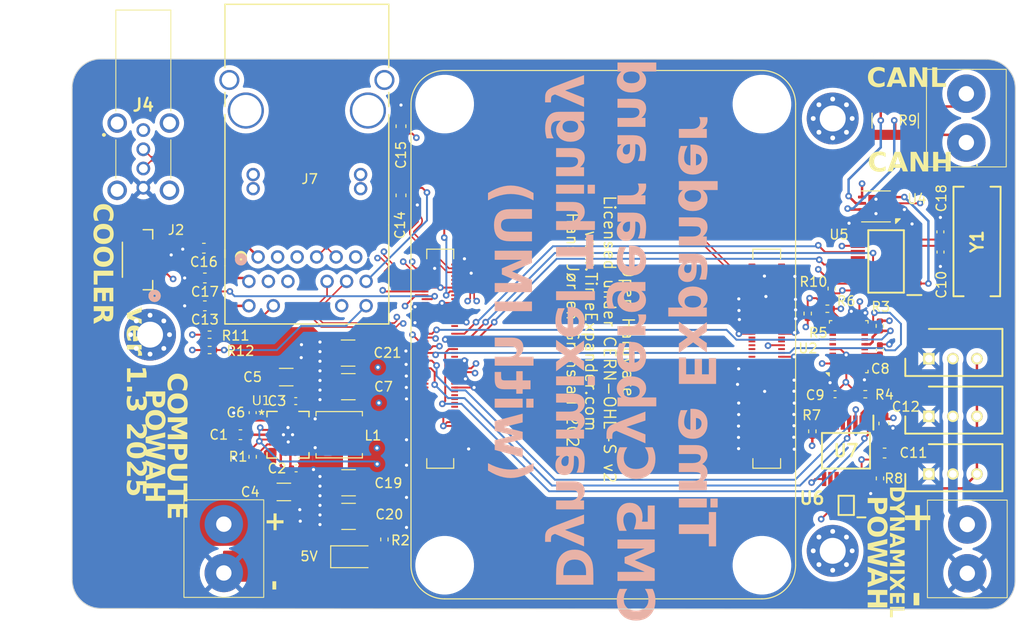
<source format=kicad_pcb>
(kicad_pcb (version 20240108) (generator "pcbnew") (generator_version "8.0")
  (layers (0 "F.Cu" signal "Front") (1 "In1.Cu" signal) (2 "In2.Cu" signal) (3 "In3.Cu" signal) (4 "In4.Cu" signal) (31 "B.Cu" signal "Back") (34 "B.Paste" user) (35 "F.Paste" user) (36 "B.SilkS" user "B.Silkscreen") (37 "F.SilkS" user "F.Silkscreen") (38 "B.Mask" user) (39 "F.Mask" user) (44 "Edge.Cuts" user))
  (net 0 "")
  (net 1 "Net-(U1-VCC)")
  (net 2 "GND")
  (net 3 "+BATT")
  (net 4 "Net-(U1-CBOOT)")
  (net 5 "Net-(U1-SW4)")
  (net 6 "+5V")
  (net 7 "Net-(U1-SW1)")
  (net 8 "Net-(LED1-A)")
  (net 13 "unconnected-(Module1A-GPIO4-Pad54)")
  (net 50 "Net-(U1-PGOOD)")
  (net 58 "Net-(U2-CAP)")
  (net 59 "+3.3V")
  (net 60 "~{CS}")
  (net 61 "SDA")
  (net 62 "BNO_RESET")
  (net 63 "BNO_INT")
  (net 64 "BNO_ADDR_SELECT")
  (net 65 "SCL")
  (net 66 "Net-(U2-~{BOOT_LOAD_PIN})")
  (net 78 "Net-(U5-OSC2)")
  (net 79 "Net-(U5-OSC1)")
  (net 80 "Net-(U4-CANH)")
  (net 81 "Net-(U4-CANL)")
  (net 82 "Net-(U4-TXD)")
  (net 83 "Net-(U4-RXD)")
  (net 95 "CAN_INT")
  (net 99 "Net-(J7-MDCT1)")
  (net 100 "MISO")
  (net 101 "SLCK")
  (net 102 "MOSI")
  (net 173 "+BATT_DYNAMIXEL")
  (net 174 "DATA")
  (net 175 "DXL_TX")
  (net 176 "DXL_RX")
  (net 177 "Net-(U7-OE)")
  (net 178 "Net-(U5-~{RESET})")
  (net 179 "Net-(U6-OE)")
  (net 180 "Net-(U6-A2)")
  (net 181 "Net-(U6-Y1)")
  (net 187 "DXL_DIR")
  (net 189 "Net-(J7-MDCT2)")
  (net 190 "Net-(J7-MDCT3)")
  (net 191 "Net-(J7-MDCT4)")
  (net 192 "ETH_1_N")
  (net 193 "ETH_0_P")
  (net 196 "Net-(J7-CATHODE_GREEN)")
  (net 198 "ETH_2_P")
  (net 200 "ETH_3_P")
  (net 201 "ETH_3_N")
  (net 202 "ETH_0_N")
  (net 203 "ETH_1_P")
  (net 204 "ETH_2_N")
  (net 205 "Net-(J7-ANODE_GREEN{slash}_CATHODE_YELLOW)")
  (net 206 "ETH_LED_Y")
  (net 207 "ETH_LED_G")
  (net 208 "FAN_PWM")
  (net 209 "FAN_TACHO")
  (net 212 "/CM5/DP")
  (net 213 "/CM5/DN")
  (footprint "TimeExpander:Raspberry-Pi-5-Compute-Module" (layer "F.Cu") (at 106.64 105.5)
    (property "Reference" "Module1" (hide yes))
    (property "Value" "ComputeModule5-CM5")
  )
  (footprint "Resistor_SMD:R_0402_1005Metric" (layer "F.Cu") (at 82.19 81.5)
    (property "Reference" "R11")
    (property "Value" "220")
  )
  (footprint "Fiducial:Fiducial_1.5mm_Mask3mm" (layer "F.Cu") (at 156 79)
    (property "Reference" "REF**" (hide yes))
    (property "Value" "Fiducial_1.5mm_Mask3mm")
  )
  (footprint "TimeExpander:SOP65P640X120-20N" (layer "F.Cu") (at 152.5535 73.875 180)
    (property "Reference" "U5")
    (property "Value" "MCP2515T-E_ST" (hide yes))
  )
  (footprint "TimeExpander:MOLEX-39531-5002" (layer "F.Cu") (at 160.9 58.96 -90)
    (property "Reference" "CAN1" (hide yes))
    (property "Value" "~")
  )
  (footprint "Resistor_SMD:R_0402_1005Metric" (layer "F.Cu") (at 146.445 78.8)
    (property "Reference" "R6")
    (property "Value" "10k")
  )
  (footprint "Capacitor_SMD:C_1210_3225Metric" (layer "F.Cu") (at 96.648 100.415 180)
    (property "Reference" "C20")
    (property "Value" "22uF 16V" (hide yes))
  )
  (footprint "TimeExpander:SHDR3W60P0X250_1X3_990X490X590P" (layer "F.Cu") (at 157 84 180)
    (property "Reference" "J5" (hide yes))
    (property "Value" "22-03-5035- Dynamixel - AX12" (hide yes))
  )
  (footprint "TimeExpander:CONN20_0-0190NL_PUL" (layer "F.Cu") (at 87.237 73.41 180)
    (property "Reference" "J7")
    (property "Value" "JXK0-0190NL")
  )
  (footprint "Resistor_SMD:R_0402_1005Metric" (layer "F.Cu") (at 151.916586 96.461786 -90)
    (property "Reference" "R8")
    (property "Value" "10k")
  )
  (footprint "Capacitor_SMD:C_0603_1608Metric" (layer "F.Cu") (at 81.7 75.6 180)
    (property "Reference" "C17")
    (property "Value" "0.1uF / 50V")
  )
  (footprint "Capacitor_SMD:C_0603_1608Metric" (layer "F.Cu") (at 152.399186 93.820186)
    (property "Reference" "C11")
    (property "Value" "0.1uF")
  )
  (footprint "Resistor_SMD:R_0402_1005Metric" (layer "F.Cu") (at 151.9 80.59 -90)
    (property "Reference" "R3")
    (property "Value" "10k")
  )
  (footprint "Capacitor_SMD:C_0402_1005Metric" (layer "F.Cu") (at 158.2 70.8 -90)
    (property "Reference" "C18")
    (property "Value" "22pF")
  )
  (footprint "Resistor_SMD:R_0402_1005Metric" (layer "F.Cu") (at 82.2 83.1)
    (property "Reference" "R12")
    (property "Value" "220")
  )
  (footprint "TimeExpander:SHDR3W60P0X250_1X3_990X490X590P" (layer "F.Cu") (at 157 90 180)
    (property "Reference" "J1" (hide yes))
    (property "Value" "22-03-5035- Dynamixel - AX12" (hide yes))
  )
  (footprint "TimeExpander:LFXTAL050985Bulk" (layer "F.Cu") (at 162.0125 71.8 -90)
    (property "Reference" "Y1")
    (property "Value" "LFXTAL050985" (hide yes))
  )
  (footprint "MountingHole:MountingHole_2.7mm_M2.5_Pad_Via" (layer "F.Cu") (at 147 104)
    (property "Reference" "REF**" (hide yes))
    (property "Value" "MountingHole_2.7mm_M2.5_Pad_Via" (hide yes))
  )
  (footprint "Package_LGA:LGA-28_5.2x3.8mm_P0.5mm" (layer "F.Cu") (at 148.6675 82.75 90)
    (property "Reference" "U2")
    (property "Value" "BNO055")
  )
  (footprint "Capacitor_SMD:C_0603_1608Metric" (layer "F.Cu") (at 85.398 91.915 180)
    (property "Reference" "C1")
    (property "Value" "1uF 6.3V")
  )
  (footprint "TimeExpander:MOLEX-39531-5002" (layer "F.Cu") (at 83.673 103.765 -90)
    (property "Reference" "BATT1" (hide yes))
    (property "Value" "~")
  )
  (footprint "Package_SON:HVSON-8-1EP_3x3mm_P0.65mm_EP1.6x2.4mm" (layer "F.Cu") (at 151.5035 68.15 180)
    (property "Reference" "U4")
    (property "Value" "TJA1051TK_3,118")
  )
  (footprint "MountingHole:MountingHole_2.7mm_M2.5_Pad_Via" (layer "F.Cu") (at 147 59)
    (property "Reference" "REF**" (hide yes))
    (property "Value" "MountingHole_2.7mm_M2.5_Pad_Via" (hide yes))
  )
  (footprint "Fiducial:Fiducial_1.5mm_Mask3mm" (layer "F.Cu") (at 70.4 104.3)
    (property "Reference" "REF**" (hide yes))
    (property "Value" "Fiducial_1.5mm_Mask3mm")
  )
  (footprint "Capacitor_SMD:C_0402_1005Metric" (layer "F.Cu") (at 86.673 89.615 -90)
    (property "Reference" "C6")
    (property "Value" "0.1uF 10V")
  )
  (footprint "TimeExpander:MOLEX-39531-5002" (layer "F.Cu") (at 161 103.8 -90)
    (property "Reference" "BATT2" (hide yes))
    (property "Value" "~")
  )
  (footprint "Capacitor_SMD:C_0603_1608Metric" (layer "F.Cu") (at 81.7 78.5 180)
    (property "Reference" "C13")
    (property "Value" "0,1uF / 6.3V")
  )
  (footprint "TimeExpander:117347751" (layer "F.Cu") (at 75.3 60.204 180)
    (property "Reference" "J4")
    (property "Value" "1-1734775-1" (hide yes))
  )
  (footprint "Capacitor_SMD:C_0402_1005Metric" (layer "F.Cu") (at 147.245 87.7 180)
    (property "Reference" "C9")
    (property "Value" "0.1uF")
  )
  (footprint "Inductor_SMD:L_Coilcraft_XAL4020-XXX" (layer "F.Cu") (at 95.673 91.915)
    (property "Reference" "L1")
    (property "Value" "1uH 13.3mOhm" (hide yes))
  )
  (footprint "Resistor_SMD:R_0402_1005Metric" (layer "F.Cu") (at 146.9 76.7 90)
    (property "Reference" "R10")
    (property "Value" "10k")
  )
  (footprint "Capacitor_SMD:C_0603_1608Metric" (layer "F.Cu") (at 102.1 59.8 90)
    (property "Reference" "C15")
    (property "Value" "0.1uF / 50V")
  )
  (footprint "Capacitor_SMD:C_0402_1005Metric" (layer "F.Cu") (at 91.193 95.415)
    (property "Reference" "C2")
    (property "Value" "0.01uF 50V")
  )
  (footprint "Resistor_SMD:R_1218_3246Metric" (layer "F.Cu") (at 153.5 59.225 -90)
    (property "Reference" "R9")
    (property "Value" "120")
  )
  (footprint "Capacitor_SMD:C_1206_3216Metric" (layer "F.Cu") (at 90.163 85.915)
    (property "Reference" "C5")
    (property "Value" "4.7uF 50V" (hide yes))
  )
  (footprint "Capacitor_SMD:C_0603_1608Metric" (layer "F.Cu") (at 152.322986 90.746786 90)
    (property "Reference" "C12")
    (property "Value" "0.1uF")
  )
  (footprint "Capacitor_SMD:C_0402_1005Metric" (layer "F.Cu") (at 151.91 83.05 90)
    (property "Reference" "C8")
    (property "Value" "1uF")
  )
  (footprint "Fiducial:Fiducial_1.5mm_Mask3mm" (layer "F.Cu") (at 140 65)
    (property "Reference" "REF**" (hide yes))
    (property "Value" "Fiducial_1.5mm_Mask3mm")
  )
  (footprint "LED_SMD:LED_1206_3216Metric" (layer "F.Cu") (at 97.073 104.615)
    (property "Reference" "5V")
    (property "Value" "APTR3216QBC_D")
  )
  (footprint "Resistor_SMD:R_0402_1005Metric" (layer "F.Cu") (at 144.4 79.3 -90)
    (property "Reference" "R5")
    (property "Value" "10k")
  )
  (footprint "Capacitor_SMD:C_1210_3225Metric" (layer "F.Cu") (at 96.598 83.415 180)
    (property "Reference" "C21")
    (property "Value" "22uF 16V" (hide yes))
  )
  (footprint "Capacitor_SMD:C_0603_1608Metric" (layer "F.Cu") (at 102.1 67 -90)
    (property "Reference" "C14")
    (property "Value" "0.1uF / 50V")
  )
  (footprint "Capacitor_SMD:C_0603_1608Metric" (layer "F.Cu") (at 81.6 72.5 180)
    (property "Reference" "C16")
    (property "Value" "0.1uF / 50V")
  )
  (footprint "TimeExpander:SOP65P640X120-16N" (layer "F.Cu") (at 148.383386 93.583586 -90)
    (property "Reference" "U7")
    (property "Value" "TXB0106PWR" (hide yes))
  )
  (footprint "TimeExpander:SOP50P310X90-8N" (layer "F.Cu") (at 148.408386 99.266586 180)
    (property "Reference" "U6")
    (property "Value" "NC7WZ241K8X" (hide yes))
  )
  (footprint "Resistor_SMD:R_0402_1005Metric" (layer "F.Cu") (at 86.673 94.215 90)
    (property "Reference" "R1")
    (property "Value" "100k")
  )
  (footprint "MountingHole:MountingHole_2.7mm_M2.5_Pad_Via" (layer "F.Cu") (at 76 81.5)
    (property "Reference" "REF**" (hide yes))
    (property "Value" "MountingHole_2.7mm_M2.5_Pad_Via" (hide yes))
  )
  (footprint "Resistor_SMD:R_0402_1005Metric" (layer "F.Cu") (at 144.880786 91.559586 90)
    (property "Reference" "R7")
    (property "Value" "10k")
  )
  (footprint "Capacitor_SMD:C_0402_1005Metric" (layer "F.Cu") (at 158.2125 72.9 90)
    (property "Reference" "C10")
    (property "Value" "22pF")
  )
  (footprint "Resistor_SMD:R_0402_1005Metric" (layer "F.Cu") (at 100.373 102.815 90)
    (property "Reference" "R2")
    (property "Value" "300")
  )
  (footprint "Capacitor_SMD:C_1210_3225Metric" (layer "F.Cu") (at 96.623 86.915 180)
    (property "Reference" "C7")
    (property "Value" "22uF 16V" (hide yes))
  )
  (footprint "TimeExpander:CONN4_BM04B-SRSS_JST" (layer "F.Cu") (at 74.7 73.7 90)
    (property "Reference" "J2")
    (property "Value" "BM04B-SRSS-TBLFSN" (hide yes))
  )
  (footprint "Capacitor_SMD:C_1206_3216Metric" (layer "F.Cu") (at 89.918 97.87)
    (property "Reference" "C4")
    (property "Value" "4.7uF 50V")
  )
  (footprint "TimeExpander:VQFN22_RYF_TEX" (layer "F.Cu") (at 90.348 91.914874)
    (property "Reference" "U1")
    (property "Value" "LM64460CPPQRYFRQ1")
  )
  (footprint "Resistor_SMD:R_0402_1005Metric" (layer "F.Cu") (at 150.39 87.7)
    (property "Reference" "R4")
    (property "Value" "10k")
  )
  (footprint "Capacitor_SMD:C_1210_3225Metric" (layer "F.Cu") (at 96.648 96.915 180)
    (property "Reference" "C19")
    (property "Value" "22uF 16V" (hide yes))
  )
  (footprint "TimeExpander:SHDR3W60P0X250_1X3_990X490X590P" (layer "F.Cu") (at 157 96 180)
    (property "Reference" "J3" (hide yes))
    (property "Value" "22-03-5035- Dynamixel - AX12" (hide yes))
  )
  (footprint "Capacitor_SMD:C_0402_1005Metric" (layer "F.Cu") (at 91.153 88.415)
    (property "Reference" "C3")
    (property "Value" "0.01uF 50V")
  )
  (gr_arc (start 162.997362 52.839844) (mid 165.1 53.699991) (end 165.9969 55.787221) (stroke (width 0.1)) (layer "Edge.Cuts"))
  (gr_line (start 67.9 55.8) (end 67.9 107) (stroke (width 0.1)) (layer "Edge.Cuts"))
  (gr_arc (start 67.9 55.8) (mid 68.77868 53.67868) (end 70.9 52.8) (stroke (width 0.1)) (layer "Edge.Cuts"))
  (gr_line (start 165.97868 107.07868) (end 166 55.9) (stroke (width 0.1)) (layer "Edge.Cuts"))
  (gr_arc (start 70.9 110) (mid 68.77868 109.12132) (end 67.9 107) (stroke (width 0.1)) (layer "Edge.Cuts"))
  (gr_line (start 70.9 52.8) (end 162.997368 52.839844) (stroke (width 0.1)) (layer "Edge.Cuts"))
  (gr_line (start 70.9 110) (end 162.97868 110.07868) (stroke (width 0.1)) (layer "Edge.Cuts"))
  (gr_arc (start 165.97868 107.07868) (mid 165.1 109.2) (end 162.97868 110.07868) (stroke (width 0.1)) (layer "Edge.Cuts"))
  (gr_line (start 166 55.9) (end 165.996899 55.787221) (stroke (width 0.1)) (layer "Edge.Cuts"))
  (gr_text "Time Expander\nCM5 Cybergear and \nDynamixel Thingy\n(with IMU)" (at 111.2 81.2 -90) (layer "B.SilkS") (effects (font (size 3.8 3.8) (thickness 0.1524) (bold yes)) (justify bottom mirror)))
  (gr_text "               Open Hardware\n       Licensed under CERN-OHL-S v2\n           www.TimeExpander.com \n	    Hans Jørgen Grimstad 2025\n       " (at 117.3 60.5 270) (layer "F.SilkS") (effects (font (size 1.2 1.2) (thickness 0.1524) (bold yes)) (justify left bottom)))
  (gr_text "ver 1.3 2025\n\n" (at 69.9 88.5 270) (layer "F.SilkS") (effects (font (size 2 2) (thickness 0.1524) (bold yes)) (justify bottom)))
  (gr_text "+     -" (at 87.783 99.805 270) (layer "F.SilkS") (effects (font (size 2 2) (thickness 0.1524) (bold yes)) (justify left bottom)))
  (gr_text "POWAH\n" (at 150.3 104.2 -90) (layer "F.SilkS") (effects (font (size 2 2) (thickness 0.1524) (bold yes)) (justify bottom)))
  (gr_text "CANL" (at 150.525 56.05 0) (layer "F.SilkS") (effects (font (size 2 2) (thickness 0.1524) (bold yes)) (justify left bottom)))
  (gr_text "POWAH" (at 75.2 93.1 270) (layer "F.SilkS") (effects (font (size 2 2) (thickness 0.1524) (bold yes)) (justify bottom)))
  (gr_text "+    -" (at 154 98.8 270) (layer "F.SilkS") (effects (font (size 3 3) (thickness 0.1524) (bold yes)) (justify left bottom)))
  (gr_text "COOLER" (at 69.8 74.1 270) (layer "F.SilkS") (effects (font (size 2 2) (thickness 0.1524) (bold yes)) (justify bottom)))
  (gr_text "COMPUTE" (at 77.5 93.1 270) (layer "F.SilkS") (effects (font (size 2 2) (thickness 0.1524) (bold yes)) (justify bottom)))
  (gr_text "CANH" (at 150.625 64.85 0) (layer "F.SilkS") (effects (font (size 2 2) (thickness 0.1524) (bold yes)) (justify left bottom)))
  (gr_text "DYNAMIXEL" (at 152.7 104.1 -90) (layer "F.SilkS") (effects (font (size 1.5 1.5) (thickness 0.1524) (bold yes)) (justify bottom)))
  (segment (start 88.772999 91.914874) (end 86.173126 91.914874) (width 0.254) (layer "F.Cu") (net 1))
  (segment (start 86.173126 91.914874) (end 86.173 91.915) (width 0.254) (layer "F.Cu") (net 1))
  (segment (start 88.772873 91.915) (end 88.772999 91.914874) (width 0.254) (layer "F.Cu") (net 1))
  (segment (start 143.028 75.4) (end 143.063 75.435) (width 0.2) (layer "F.Cu") (net 2))
  (segment (start 141.68 83.8) (end 142.988 83.8) (width 0.2) (layer "F.Cu") (net 2))
  (segment (start 152.879186 93.820186) (end 152.879186 91.612986) (width 0.254) (layer "F.Cu") (net 2))
  (segment (start 138.6 88.6) (end 137.238 88.6) (width 0.2) (layer "F.Cu") (net 2))
  (segment (start 148.93 79.07) (end 148.4175 79.5825) (width 0.2) (layer "F.Cu") (net 2))
  (segment (start 102.683 88.2) (end 102.673 88.19) (width 0.2) (layer "F.Cu") (net 2))
  (segment (start 142.993 84.287) (end 142.993 83.805) (width 0.2) (layer "F.Cu") (net 2))
  (segment (start 79.6 75.6) (end 80.925 75.6) (width 0.2) (layer "F.Cu") (net 2))
  (segment (start 137.238 88.6) (end 137.223 88.615) (width 0.2) (layer "F.Cu") (net 2))
  (segment (start 138.6 93.4) (end 137.248 93.4) (width 0.2) (layer "F.Cu") (net 2))
  (segment (start 76.472201 73.200001) (end 78.199999 73.200001) (width 0.2) (layer "F.Cu") (net 2))
  (segment (start 146.725 86.5) (end 146.725 87.66) (width 0.2) (layer "F.Cu") (net 2))
  (segment (start 137.578 86.2) (end 137.103 86.675) (width 0.2) (layer "F.Cu") (net 2))
  (segment (start 108.5 85.8) (end 108.8 86.1) (width 0.2) (layer "F.Cu") (net 2))
  (segment (start 79.6 78.5) (end 80.925 78.5) (width 0.2) (layer "F.Cu") (net 2))
  (segment (start 150.471386 98.516586) (end 150.951386 98.036586) (width 0.2) (layer "F.Cu") (net 2))
  (segment (start 79.4 72.6) (end 80.725 72.6) (width 0.2) (layer "F.Cu") (net 2))
  (segment (start 141.68 87.4) (end 142.958 87.4) (width 0.2) (layer "F.Cu") (net 2))
  (segment (start 137.208 92.2) (end 137.203 92.195) (width 0.2) (layer "F.Cu") (net 2))
  (segment (start 152.9535 68.475) (end 154.4535 68.475) (width 0.2) (layer "F.Cu") (net 2))
  (segment (start 158.2 70.32) (end 158.2 69.3) (width 0.2) (layer "F.Cu") (net 2))
  (segment (start 141.68 89.8) (end 142.958 89.8) (width 0.2) (layer "F.Cu") (net 2))
  (segment (start 142.798 80.2) (end 143.153 79.845) (width 0.2) (layer "F.Cu") (net 2))
  (segment (start 137.268 79) (end 137.253 78.985) (width 0.2) (layer "F.Cu") (net 2))
  (segment (start 103.898 80.6) (end 103.553 80.255) (width 0.2) (layer "F.Cu") (net 2))
  (segment (start 149.983386 98.516586) (end 150.471386 98.516586) (width 0.2) (layer "F.Cu") (net 2))
  (segment (start 142.948 86.2) (end 142.983 86.235) (width 0.2) (layer "F.Cu") (net 2))
  (segment (start 78.199999 73.200001) (end 78.2 73.2) (width 0.2) (layer "F.Cu") (net 2))
  (segment (start 142.28 85) (end 142.993 84.287) (width 0.2) (layer "F.Cu") (net 2))
  (segment (start 142.958 89.8) (end 142.963 89.805) (width 0.2) (layer "F.Cu") (net 2))
  (segment (start 142.978 88.6) (end 143.003 88.625) (width 0.2) (layer "F.Cu") (net 2))
  (segment (start 138.6 91) (end 137.218 91) (width 0.2) (layer "F.Cu") (net 2))
  (segment (start 142.918 81.4) (end 143.033 81.285) (width 0.2) (layer "F.Cu") (net 2))
  (segment (start 149.4175 85.1375) (end 149.4175 85.3175) (width 0.2) (layer "F.Cu") (net 2))
  (segment (start 102.658 87) (end 102.653 86.995) (width 0.2) (layer "F.Cu") (net 2))
  (segment (start 141.68 92.2) (end 142.928 92.2) (width 0.2) (layer "F.Cu") (net 2))
  (segment (start 109.1 75.4) (end 109.4 75.1) (width 0.2) (layer "F.Cu") (net 2))
  (segment (start 148.7 69.9) (end 149.2785 69.9) (width 0.2) (layer "F.Cu") (net 2))
  (segment (start 102.638 84.6) (end 102.633 84.595) (width 0.2) (layer "F.Cu") (net 2))
  (segment (start 150.33 86.17) (end 150.3 86.2) (width 0.2) (layer "F.Cu") (net 2))
  (segment (start 138.6 77.8) (end 137.258 77.8) (width 0.2) (layer "F.Cu") (net 2))
  (segment (start 104.6 84.6) (end 102.638 84.6) (width 0.2) (layer "F.Cu") (net 2))
  (segment (start 141.68 82.6) (end 140.318 82.6) (width 0.2) (layer "F.Cu") (net 2))
  (segment (start 141.68 85) (end 142.28 85) (width 0.2) (layer "F.Cu") (net 2))
  (segment (start 146.725 87.66) (end 146.765 87.7) (width 0.2) (layer "F.Cu") (net 2))
  (segment (start 141.68 77.8) (end 143.108 77.8) (width 0.2) (layer "F.Cu") (net 2))
  (segment (start 142.948 91) (end 142.973 90.975) (width 0.2) (layer "F.Cu") (net 2))
  (segment (start 107.68 87) (end 109.7 87) (width 0.2) (layer "F.Cu") (net 2))
  (segment (start 141.68 76.6) (end 142.28 76.6) (width 0.2) (layer "F.Cu") (net 2))
  (segment (start 138.6 85) (end 137.278 85) (width 0.2) (layer "F.Cu") (net 2))
  (segment (start 105.2 75.4) (end 106.2 76.4) (width 0.2) (layer "F.Cu") (net 2))
  (segment (start 150.33 85) (end 150.33 86.17) (width 0.2) (layer "F.Cu") (net 2))
  (segment (start 137.248 93.4) (end 137.213 93.365) (width 0.2) (layer "F.Cu") (net 2))
  (segment (start 149.4175 85.3175) (end 150.3 86.2) (width 0.2) (layer "F.Cu") (net 2))
  (segment (start 104.6 87) (end 102.658 87) (width 0.2) (layer "F.Cu") (net 2))
  (segment (start 142.28 76.6) (end 143.063 75.817) (width 0.2) (layer "F.Cu") (net 2))
  (segment (start 141.68 75.4) (end 143.028 75.4) (width 0.2) (layer "F.Cu") (net 2))
  (segment (start 103.575 67.775) (end 103.8 68) (width 0.2) (layer "F.Cu") (net 2))
  (segment (start 149.4175 80.3625) (end 149.4175 80.1925) (width 0.2) (layer "F.Cu") (net 2))
  (segment (start 104.6 88.2) (end 102.683 88.2) (width 0.2) (layer "F.Cu") (net 2))
  (segment (start 109.128 93.4) (end 109.133 93.395) (width 0.2) (layer "F.Cu") (net 2))
  (segment (start 138.6 92.2) (end 137.208 92.2) (width 0.2) (layer "F.Cu") (net 2))
  (segment (start 155.4915 70.95) (end 155.4915 70.213) (width 0.2) (layer "F.Cu") (net 2))
  (segment (start 152.879186 91.612986) (end 153.262786 91.229386) (width 0.254) (layer "F.Cu") (net 2))
  (segment (start 138.6 76.6) (end 139.128 76.6) (width 0.2) (layer "F.Cu") (net 2))
  (segment (start 142.928 92.2) (end 142.953 92.175) (width 0.2) (layer "F.Cu") (net 2))
  (segment (start 143.108 77.8) (end 143.133 77.825) (width 0.2) (layer "F.Cu") (net 2))
  (segment (start 138.6 89.8) (end 137.238 89.8) (width 0.2) (layer "F.Cu") (net 2))
  (segment (start 151.97 82.51) (end 151.91 82.57) (width 0.2) (layer "F.Cu") (net 2))
  (segment (start 104.6 78.6) (end 103.568 78.6) (width 0.2) (layer "F.Cu") (net 2))
  (segment (start 150.33 80.5) (end 150.33 79.28) (width 0.2) (layer "F.Cu") (net 2))
  (segment (start 139.128 76.6) (end 140.053 77.525) (width 0.2) (layer "F.Cu") (net 2))
  (segment (start 102.1 67.775) (end 103.575 67.775) (width 0.2) (layer "F.Cu") (net 2))
  (segment (start 138.6 87.4) (end 139.918 87.4) (width 0.2) (layer "F.Cu") (net 2))
  (segment (start 149.2785 69.9) (end 150.0535 69.125) (width 0.2) (layer "F.Cu") (net 2))
  (segment (start 146.108386 96.521586) (end 145.176586 96.521586) (width 0.2) (layer "F.Cu") (net 2))
  (segment (start 142.988 83.8) (end 142.993 83.805) (width 0.2) (layer "F.Cu") (net 2))
  (segment (start 141.68 91) (end 142.948 91) (width 0.2) (layer "F.Cu") (net 2))
  (segment (start 143.063 75.817) (end 143.063 75.435) (width 0.2) (layer "F.Cu") (net 2))
  (segment (start 107.68 84.2) (end 108.7 84.2) (width 0.2) (layer "F.Cu") (net 2))
  (segment (start 152.322986 91.226786) (end 153.260186 91.226786) (width 0.254) (layer "F.Cu") (net 2))
  (segment (start 104.6 76.6) (end 106.2 76.6) (width 0.2) (layer "F.Cu") (net 2))
  (segment (start 103.568 78.6) (end 103.563 78.595) (width 0.2) (layer "F.Cu") (net 2))
  (segment (start 158.2125 74.3875) (end 158.2 74.4) (width 0.2) (layer "F.Cu") (net 2))
  (segment (start 150.33 79.28) (end 150.38 79.23) (width 0.2) (layer "F.Cu") (net 2))
  (segment (start 141.68 93.4) (end 142.978 93.4) (width 0.2) (layer "F.Cu") (net 2))
  (segment (start 142.978 93.4) (end 143.003 93.425) (width 0.2) (layer "F.Cu") (net 2))
  (segment (start 141.68 88.6) (end 142.978 88.6) (width 0.2) (layer "F.Cu") (net 2))
  (segment (start 104.6 75.4) (end 105.2 75.4) (width 0.2) (layer "F.Cu") (net 2))
  (segment (start 137.568 80.2) (end 137.293 79.925) (width 0.2) (layer "F.Cu") (net 2))
  (segment (start 147.8 83) (end 148.4 83.6) (width 0.2) (layer "F.Cu") (net 2))
  (segment (start 137.258 77.8) (end 137.233 77.775) (width 0.2) (layer "F.Cu") (net 2))
  (segment (start 102.658 85.8) (end 102.653 85.805) (width 0.2) (layer "F.Cu") (net 2))
  (segment (start 102.613 83.2) (end 102.9 83.2) (width 0.2) (layer "F.Cu") (net 2))
  (segment (start 140.318 82.6) (end 140.273 82.645) (width 0.2) (layer "F.Cu") (net 2))
  (segment (start 139.918 87.4) (end 139.923 87.405) (width 0.2) (layer "F.Cu") (net 2))
  (segment (start 145.176586 96.521586) (end 144.804586 96.893586) (width 0.2) (layer "F.Cu") (net 2))
  (segment (start 108.1 74.2) (end 108.7 73.6) (width 0.2) (layer "F.Cu") (net 2))
  (segment (start 137.248 81.4) (end 137.243 81.405) (width 0.2) (layer "F.Cu") (net 2))
  (segment (start 106.388 78.2) (end 106.363 78.225) (width 0.2) (layer "F.Cu") (net 2))
  (segment (start 155.4915 70.213) (end 155.2535 69.975) (width 0.2) (layer "F.Cu") (net 2))
  (segment (start 106.9 82.2) (end 106.7 82) (width 0.2) (layer "F.Cu") (net 2))
  (segment (start 107.68 82.2) (end 106.9 82.2) (width 0.2) (layer "F.Cu") (net 2))
  (segment (start 138.6 75.4) (end 139.9 75.4) (width 0.2) (layer "F.Cu") (net 2))
  (segment (start 141.68 79) (end 143.058 79) (width 0.2) (layer "F.Cu") (net 2))
  (segment (start 103.5 82.6) (end 104.6 82.6) (width 0.2) (layer "F.Cu") (net 2))
  (segment (start 104.6 85.8) (end 102.658 85.8) (width 0.2) (layer "F.Cu") (net 2))
  (segment (start 106.2 76.4) (end 106.2 76.6) (width 0.2) (layer "F.Cu") (net 2))
  (segment (start 143.058 79) (end 143.143 78.915) (width 0.2) (layer "F.Cu") (net 2))
  (segment (start 137.278 85) (end 137.223 85.055) (width 0.2) (layer "F.Cu") (net 2))
  (segment (start 150.5285 69.125) (end 151.5035 68.15) (width 0.2) (layer "F.Cu") (net 2))
  (segment (start 138.6 86.2) (end 137.578 86.2) (width 0.2) (layer "F.Cu") (net 2))
  (segment (start 104.6 80.6) (end 103.898 80.6) (width 0.2) (layer "F.Cu") (net 2))
  (segment (start 141.68 81.4) (end 142.918 81.4) (width 0.2) (layer "F.Cu") (net 2))
  (segment (start 147.9175 84.0825) (end 148.4 83.6) (width 0.2) (layer "F.Cu") (net 2))
  (segment (start 102.9 83.2) (end 103.5 82.6) (width 0.2) (layer "F.Cu") (net 2))
  (segment (start 138.6 79) (end 137.268 79) (width 0.2) (layer "F.Cu") (net 2))
  (segment (start 104.6 74.2) (end 105.2 74.2) (width 0.2) (layer "F.Cu") (net 2))
  (segment (start 141.68 80.2) (end 142.798 80.2) (width 0.2) (layer "F.Cu") (net 2))
  (segment (start 105.2 74.2) (end 105.6 74.6) (width 0.2) (layer "F.Cu") (net 2))
  (segment (start 107.68 80.2) (end 108.9 80.2) (width 0.2) (layer "F.Cu") (net 2))
  (segment (start 141.68 86.2) (end 142.948 86.2) (width 0.2) (layer "F.Cu") (net 2))
  (segment (start 158.2125 73.38) (end 158.2125 74.3875) (width 0.2) (layer "F.Cu") (net 2))
  (segment (start 153.260186 91.226786) (end 153.262786 91.229386) (width 0.254) (layer "F.Cu") (net 2))
  (segment (start 147.005 83) (end 147.8 83) (width 0.2) (layer "F.Cu") (net 2))
  (segment (start 107.68 75.4) (end 109.1 75.4) (width 0.2) (layer "F.Cu") (net 2))
  (segment (start 138.6 80.2) (end 137.568 80.2) (width 0.2) (layer "F.Cu") (net 2))
  (segment (start 107.685 93.395) (end 107.68 93.4) (width 0.2) (layer "F.Cu") (net 2))
  (segment (start 80.725 72.6) (end 80.825 72.5) (width 0.2) (layer "F.Cu") (net 2))
  (segment (start 149.4175 80.1925) (end 150.38 79.23) (width 0.2) (layer "F.Cu") (net 2))
  (segment (start 150.0535 69.125) (end 150.5285 69.125) (width 0.2) (layer "F.Cu") (net 2))
  (segment (start 138.6 81.4) (end 137.248 81.4) (width 0.2) (layer "F.Cu") (net 2))
  (segment (start 147.9175 85.1375) (end 147.9175 84.0825) (width 0.2) (layer "F.Cu") (net 2))
  (segment (start 107.68 74.2) (end 108.1 74.2) (width 0.2) (layer "F.Cu") (net 2))
  (segment (start 152.89 82.51) (end 151.97 82.51) (width 0.2) (layer "F.Cu") (net 2))
  (segment (start 107.68 78.2) (end 106.388 78.2) (width 0.2) (layer "F.Cu") (net 2))
  (segment (start 107.68 93.4) (end 109.128 93.4) (width 0.2) (layer "F.Cu") (net 2))
  (segment (start 137.238 89.8) (end 137.223 89.815) (width 0.2) (layer "F.Cu") (net 2))
  (segment (start 142.958 87.4) (end 142.973 87.385) (width 0.2) (layer "F.Cu") (net 2))
  (segment (start 107.68 76.6) (end 106.2 76.6) (width 0.2) (layer "F.Cu") (net 2))
  (segment (start 148.4175 79.5825) (end 148.4175 80.3625) (width 0.2) (layer "F.Cu") (net 2))
  (segment (start 107.68 85.8) (end 108.5 85.8) (width 0.2) (layer "F.Cu") (net 2))
  (segment (start 137.218 91) (end 137.203 91.015) (width 0.2) (layer "F.Cu") (net 2))
  (segment (start 102.1 57.6) (end 102.1 59.025) (width 0.2) (layer "F.Cu") (net 2))
  (via (at 137.243 81.405) (size 0.6858) (drill 0.3302) (layers "F.Cu" "B.Cu") (net 2))
  (via (at 102.653 86.995) (size 0.6858) (drill 0.3302) (layers "F.Cu" "B.Cu") (net 2))
  (via (at 103.563 78.595) (size 0.6858) (drill 0.3302) (layers "F.Cu" "B.Cu") (net 2))
  (via (at 79.4 72.6) (size 0.6858) (drill 0.3302) (layers "F.Cu" "B.Cu") (net 2))
  (via (at 93.673 96.265) (size 0.6858) (drill 0.3302) (layers "F.Cu" "B.Cu") (net 2))
  (via (at 91.748 82.54) (size 0.6858) (drill 0.3302) (layers "F.Cu" "B.Cu") (net 2))
  (via (at 151.5 68.9) (size 0.6858) (drill 0.3302) (layers "F.Cu" "B.Cu") (net 2))
  (via (at 102.673 88.19) (size 0.6858) (drill 0.3302) (layers "F.Cu" "B.Cu") (net 2))
  (via (at 158.2 69.3) (size 0.6858) (drill 0.3302) (layers "F.Cu" "B.Cu") (net 2))
  (via (at 105.6 74.6) (size 0.6858) (drill 0.3302) (layers "F.Cu" "B.Cu") (net 2))
  (via (at 154.4535 68.475) (size 0.6858) (drill 0.3302) (layers "F.Cu" "B.Cu") (net 2))
  (via (at 84.698 94.35) (size 0.6858) (drill 0.3302) (layers "F.Cu" "B.Cu") (net 2))
  (via (at 143.033 81.285) (size 0.6858) (drill 0.3302) (layers "F.Cu" "B.Cu") (net 2))
  (via (at 91.723 83.89) (size 0.6858) (drill 0.3302) (layers "F.Cu" "B.Cu") (net 2))
  (via (at 93.673 99.265) (size 0.6858) (drill 0.3302) (layers "F.Cu" "B.Cu") (net 2))
  (via (at 148.4 83.6) (size 0.6858) (drill 0.3302) (layers "F.Cu" "B.Cu") (net 2))
  (via (at 140.273 82.645) (size 0.6858) (drill 0.3302) (layers "F.Cu" "B.Cu") (net 2))
  (via (at 90.373 92.665) (size 0.6858) (drill 0.3302) (layers "F.Cu" "B.Cu") (net 2))
  (via (at 109.133 93.395) (size 0.6858) (drill 0.3302) (layers "F.Cu" "B.Cu") (net 2))
  (via (at 143.133 77.825) (size 0.6858) (drill 0.3302) (layers "F.Cu" "B.Cu") (net 2))
  (via (at 144.804586 96.893586) (size 0.6858) (drill 0.3302) (layers "F.Cu" "B.Cu") (net 2))
  (via (at 109.4 75.1) (size 0.6858) (drill 0.3302) (layers "F.Cu" "B.Cu") (net 2))
  (via (at 106.2 76.6) (size 0.6858) (drill 0.3302) (layers "F.Cu" "B.Cu") (net 2))
  (via (at 93.673 87.265) (size 0.6858) (drill 0.3302) (layers "F.Cu" "B.Cu") (net 2))
  (via (at 137.293 79.925) (size 0.6858) (drill 0.3302) (layers "F.Cu" "B.Cu") (net 2))
  (via (at 137.203 92.195) (size 0.6858) (drill 0.3302) (layers "F.Cu" "B.Cu") (net 2))
  (via (at 137.233 77.775) (size 0.6858) (drill 0.3302) (layers "F.Cu" "B.Cu") (net 2))
  (via (at 91.573 99.715) (size 0.6858) (drill 0.3302) (layers "F.Cu" "B.Cu") (net 2))
  (via (at 142.983 86.235) (size 0.6858) (drill 0.3302) (layers "F.Cu" "B.Cu") (net 2))
  (via (at 137.253 78.985) (size 0.6858) (drill 0.3302) (layers "F.Cu" "B.Cu") (net 2))
  (via (at 152.89 82.51) (size 0.6858) (drill 0.3302) (layers "F.Cu" "B.Cu") (net 2))
  (via (at 93.673 82.265) (size 0.6858) (drill 0.3302) (layers "F.Cu" "B.Cu") (net 2))
  (via (at 142.963 89.805) (size 0.6858) (drill 0.3302) (layers "F.Cu" "B.Cu") (net 2))
  (via (at 150.951386 98.036586) (size 0.6858) (drill 0.3302) (layers "F.Cu" "B.Cu") (net 2))
  (via (at 146.725 86.5) (size 0.6858) (drill 0.3302) (layers "F.Cu" "B.Cu") (net 2))
  (via (at 139.9 75.4) (size 0.6858) (drill 0.3302) (layers "F.Cu" "B.Cu") (net 2))
  (via (at 137.213 93.365) (size 0.6858) (drill 0.3302) (layers "F.Cu" "B.Cu") (net 2))
  (via (at 93.673 100.265) (size 0.6858) (drill 0.3302) (layers "F.Cu" "B.Cu") (net 2))
  (via (at 158.2 74.4) (size 0.6858) (drill 0.3302) (layers "F.Cu" "B.Cu") (net 2))
  (via (at 93.673 86.265) (size 0.6858) (drill 0.3302) (layers "F.Cu" "B.Cu") (net 2))
  (via (at 143.003 88.625) (size 0.6858) (drill 0.3302) (layers "F.Cu" "B.Cu") (net 2))
  (via (at 106.7 82) (size 0.6858) (drill 0.3302) (layers "F.Cu" "B.Cu") (net 2))
  (via (at 153.262786 91.229386) (size 0.6858) (drill 0.3302) (layers "F.Cu" "B.Cu") (net 2))
  (via (at 93.673 88.265) (size 0.6858) (drill 0.3302) (layers "F.Cu" "B.Cu") (net 2))
  (via (at 102.673 92.44) (size 0.6858) (drill 0.3302) (layers "F.Cu" "B.Cu") (net 2))
  (via (at 137.223 85.055) (size 0.6858) (drill 0.3302) (layers "F.Cu" "B.Cu") (net 2))
  (via (at 140.053 77.525) (size 0.6858) (drill 0.3302) (layers "F.Cu" "B.Cu") (net 2))
  (via (at 84.698 89.65) (size 0.6858) (drill 0.3302) (layers "F.Cu" "B.Cu") (net 2))
  (via (at 137.203 91.015) (size 0.6858) (drill 0.3302) (layers "F.Cu" "B.Cu") (net 2))
  (via (at 93.673 83.265) (size 0.6858) (drill 0.3302) (layers "F.Cu" "B.Cu") (net 2))
  (via (at 93.673 85.265) (size 0.6858) (drill 0.3302) (layers "F.Cu" "B.Cu") (net 2))
  (via (at 139.923 87.405) (size 0.6858) (drill 0.3302) (layers "F.Cu" "B.Cu") (net 2))
  (via (at 151.5 67.4) (size 0.6858) (drill 0.3302) (layers "F.Cu" "B.Cu") (net 2))
  (via (at 108.8 86.1) (size 0.6858) (drill 0.3302) (layers "F.Cu" "B.Cu") (net 2))
  (via (at 137.223 89.815) (size 0.6858) (drill 0.3302) (layers "F.Cu" "B.Cu") (net 2))
  (via (at 92.998 95.54) (size 0.6858) (drill 0.3302) (layers "F.Cu" "B.Cu") (net 2))
  (via (at 150.38 79.23) (size 0.6858) (drill 0.3302) (layers "F.Cu" "B.Cu") (net 2))
  (via (at 142.973 87.385) (size 0.6858) (drill 0.3302) (layers "F.Cu" "B.Cu") (net 2))
  (via (at 93.673 97.265) (size 0.6858) (drill 0.3302) (layers "F.Cu" "B.Cu") (net 2))
  (via (at 93.173 90.265) (size 0.6858) (drill 0.3302) (layers "F.Cu" "B.Cu") (net 2))
  (via (at 108.7 84.2) (size 0.6858) (drill 0.3302) (layers "F.Cu" "B.Cu") (net 2))
  (via (at 102.673 101.565) (size 0.6858) (drill 0.3302) (layers "F.Cu" "B.Cu") (net 2))
  (via (at 143.153 79.845) (size 0.6858) (drill 0.3302) (layers "F.Cu" "B.Cu") (net 2))
  (via (at 142.973 90.975) (size 0.6858) (drill 0.3302) (layers "F.Cu" "B.Cu") (net 2))
  (via (at 143.003 93.425) (size 0.6858) (drill 0.3302) (layers "F.Cu" "B.Cu") (net 2))
  (via (at 78.2 73.2) (size 0.6858) (drill 0.3302) (layers "F.Cu" "B.Cu") (net 2))
  (via (at 93.673 101.265) (size 0.6858) (drill 0.3302) (layers "F.Cu" "B.Cu") (net 2))
  (via (at 142.953 92.175) (size 0.6858) (drill 0.3302) (layers "F.Cu" "B.Cu") (net 2))
  (via (at 93.173 93.265) (size 0.6858) (drill 0.3302) (layers "F.Cu" "B.Cu") (net 2))
  (via (at 143.063 75.435) (size 0.6858) (drill 0.3302) (layers "F.Cu" "B.Cu") (net 2))
  (via (at 89.873 91.914874) (size 0.6858) (drill 0.3302) (layers "F.Cu" "B.Cu") (net 2))
  (via (at 155.2535 69.975) (size 0.6858) (drill 0.3302) (layers "F.Cu" "B.Cu") (net 2))
  (via (at 137.103 86.675) (size 0.6858) (drill 0.3302) (layers "F.Cu" "B.Cu") (net 2))
  (via (at 142.993 83.805) (size 0.6858) (drill 0.3302) (layers "F.Cu" "B.Cu") (net 2))
  (via (at 103.553 80.255) (size 0.6858) (drill 0.3302) (layers "F.Cu" "B.Cu") (net 2))
  (via (at 102.613 83.2) (size 0.6858) (drill 0.3302) (layers "F.Cu" "B.Cu") (net 2))
  (via (at 108.9 80.2) (size 0.6858) (drill 0.3302) (layers "F.Cu" "B.Cu") (net 2))
  (via (at 102.673 98.44) (size 0.6858) (drill 0.3302) (layers "F.Cu" "B.Cu") (net 2))
  (via (at 102.633 84.595) (size 0.6858) (drill 0.3302) (layers "F.Cu" "B.Cu") (net 2))
  (via (at 91.623 100.915) (size 0.6858) (drill 0.3302) (layers "F.Cu" "B.Cu") (net 2))
  (via (at 79.6 78.5) (size 0.6858) (drill 0.3302) (layers "F.Cu" "B.Cu") (net 2))
  (via (at 143.143 78.915) (size 0.6858) (drill 0.3302) (layers "F.Cu" "B.Cu") (net 2))
  (via (at 90.823 91.915) (size 0.6858) (drill 0.3302) (layers "F.Cu" "B.Cu") (net 2))
  (via (at 102.1 57.6) (size 0.6858) (drill 0.3302) (layers "F.Cu" "B.Cu") (net 2))
  (via (at 109.7 87) (size 0.6858) (drill 0.3302) (layers "F.Cu" "B.Cu") (net 2))
  (via (at 93.673 98.265) (size 0.6858) (drill 0.3302) (layers "F.Cu" "B.Cu") (net 2))
  (via (at 148.7 69.9) (size 0.6858) (drill 0.3302) (layers "F.Cu" "B.Cu") (net 2))
  (via (at 90.348 91.165) (size 0.6858) (drill 0.3302) (layers "F.Cu" "B.Cu") (net 2))
  (via (at 108.7 73.6) (size 0.6858) (drill 0.3302) (layers "F.Cu" "B.Cu") (net 2))
  (via (at 93.673 84.265) (size 0.6858) (drill 0.3302) (layers "F.Cu" "B.Cu") (net 2))
  (via (at 103.8 68) (size 0.6858) (drill 0.3302) (layers "F.Cu" "B.Cu") (net 2))
  (via (at 137.223 88.615) (size 0.6858) (drill 0.3302) (layers "F.Cu" "B.Cu") (net 2))
  (via (at 148.93 79.07) (size 0.6858) (drill 0.3302) (layers "F.Cu" "B.Cu") (net 2))
  (via (at 106.363 78.225) (size 0.6858) (drill 0.3302) (layers "F.Cu" "B.Cu") (net 2))
  (via (at 79.6 75.6) (size 0.6858) (drill 0.3302) (layers "F.Cu" "B.Cu") (net 2))
  (via (at 102.653 85.805) (size 0.6858) (drill 0.3302) (layers "F.Cu" "B.Cu") (net 2))
  (via (at 150.3 86.2) (size 0.6858) (drill 0.3302) (layers "F.Cu" "B.Cu") (net 2))
  (via (at 102.673 95.09) (size 0.6858) (drill 0.3302) (layers "F.Cu" "B.Cu") (net 2))
  (segment (start 88.443 96.535) (end 89.718 95.26) (width 0.2) (layer "F.Cu") (net 3))
  (segment (start 90.598063 93.739874) (end 90.598063 95.300063) (width 0.254) (layer "F.Cu") (net 3))
  (segment (start 89.597811 95.139811) (end 89.718 95.26) (width 0.254) (layer "F.Cu") (net 3))
  (segment (start 90.673 88.415) (end 89.023 88.415) (width 0.254) (layer "F.Cu") (net 3))
  (segment (start 90.598063 88.489937) (end 90.598063 90.089874) (width 0.254) (layer "F.Cu") (net 3))
  (segment (start 90.673 88.415) (end 90.598063 88.489937) (width 0.254) (layer "F.Cu") (net 3))
  (segment (start 88.443 97.87) (end 88.443 96.535) (width 0.2) (layer "F.Cu") (net 3))
  (segment (start 89.597811 93.739874) (end 89.597811 95.139811) (width 0.254) (layer "F.Cu") (net 3))
  (segment (start 89.718 95.26) (end 89.873 95.415) (width 0.254) (layer "F.Cu") (net 3))
  (segment (start 89.023 88.415) (end 88.688 88.08) (width 0.254) (layer "F.Cu") (net 3))
  (segment (start 89.873 95.415) (end 90.713 95.415) (width 0.254) (layer "F.Cu") (net 3))
  (segment (start 88.688 88.08) (end 88.688 85.915) (width 0.254) (layer "F.Cu") (net 3))
  (segment (start 90.598063 95.300063) (end 90.713 95.415) (width 0.254) (layer "F.Cu") (net 3))
  (segment (start 86.992496 90.414496) (end 86.673 90.095) (width 0.254) (layer "F.Cu") (net 4))
  (segment (start 88.772999 90.414496) (end 86.992496 90.414496) (width 0.254) (layer "F.Cu") (net 4))
  (segment (start 89.597811 90.089874) (end 89.597811 89.789146) (width 0.254) (layer "F.Cu") (net 5))
  (segment (start 88.943665 89.135) (end 86.673 89.135) (width 0.254) (layer "F.Cu") (net 5))
  (segment (start 89.597811 89.789146) (end 88.943665 89.135) (width 0.254) (layer "F.Cu") (net 5))
  (segment (start 78.4 75.7) (end 78.3 75.7) (width 0.2) (layer "F.Cu") (net 6))
  (segment (start 146.833386 100.016586) (end 146.483414 100.016586) (width 0.2) (layer "F.Cu") (net 6))
  (segment (start 88.772999 92.415) (end 87.543 92.415) (width 0.2) (layer "F.Cu") (net 6))
  (segment (start 152.9535 67.825) (end 156.075 67.825) (width 0.2) (layer "F.Cu") (net 6))
  (segment (start 146.483414 100.016586) (end 145.8 100.7) (width 0.2) (layer "F.Cu") (net 6))
  (segment (start 156.075 67.825) (end 156.1 67.8) (width 0.2) (layer "F.Cu") (net 6))
  (segment (start 77.8 75.2) (end 76.472201 75.2) (width 0.2) (layer "F.Cu") (net 6))
  (segment (start 151.624186 95.659386) (end 151.916586 95.951786) (width 0.2) (layer "F.Cu") (net 6))
  (segment (start 86.673 93.285) (end 87.368 92.59) (width 0.2) (layer "F.Cu") (net 6))
  (segment (start 150 94.5) (end 150.944372 94.5) (width 0.2) (layer "F.Cu") (net 6))
  (segment (start 86.673 93.705) (end 86.673 93.285) (width 0.2) (layer "F.Cu") (net 6))
  (segment (start 78.3 75.7) (end 77.8 75.2) (width 0.2) (layer "F.Cu") (net 6))
  (segment (start 151.624186 93.820186) (end 151.624186 95.659386) (width 0.2) (layer "F.Cu") (net 6))
  (segment (start 87.543 92.415) (end 87.368 92.59) (width 0.2) (layer "F.Cu") (net 6))
  (segment (start 150.008386 96.521586) (end 150.008386 94.508386) (width 0.2) (layer "F.Cu") (net 6))
  (segment (start 150.008386 94.508386) (end 150 94.5) (width 0.2) (layer "F.Cu") (net 6))
  (segment (start 87.692748 91.414748) (end 87.458 91.18) (width 0.2) (layer "F.Cu") (net 6))
  (segment (start 88.772999 91.414748) (end 87.692748 91.414748) (width 0.2) (layer "F.Cu") (net 6))
  (segment (start 150.944372 94.5) (end 151.624186 93.820186) (width 0.2) (layer "F.Cu") (net 6))
  (via (at 145.8 100.7) (size 0.6858) (drill 0.3302) (layers "F.Cu" "B.Cu") (net 6))
  (via (at 99.6 93.3) (size 0.6858) (drill 0.3302) (layers "F.Cu" "B.Cu") (net 6))
  (via (at 99.623 94.965) (size 0.6858) (drill 0.3302) (layers "F.Cu" "B.Cu") (net 6))
  (via (at 87.458 91.18) (size 0.6858) (drill 0.3302) (layers "F.Cu" "B.Cu") (net 6))
  (via (at 87.368 92.59) (size 0.6858) (drill 0.3302) (layers "F.Cu" "B.Cu") (net 6))
  (via (at 99.8 88.6) (size 0.6858) (drill 0.3302) (layers "F.Cu" "B.Cu") (net 6))
  (via (at 99.7 84.9) (size 0.6858) (drill 0.3302) (layers "F.Cu" "B.Cu") (net 6))
  (via (at 150 94.5) (size 0.6858) (drill 0.3302) (layers "F.Cu" "B.Cu") (net 6))
  (via (at 78.4 75.7) (size 0.6858) (drill 0.3302) (layers "F.Cu" "B.Cu") (net 6))
  (via (at 156.1 67.8) (size 0.6858) (drill 0.3302) (layers "F.Cu" "B.Cu") (net 6))
  (segment (start 99.623 94.965) (end 99.3551 94.6971) (width 0.2) (layer "B.Cu") (net 6))
  (segment (start 89.4751 94.6971) (end 87.368 92.59) (width 0.2) (layer "B.Cu") (net 6))
  (segment (start 87.368 92.59) (end 87.368 91.27) (width 0.2) (layer "B.Cu") (net 6))
  (segment (start 99.3551 94.6971) (end 89.4751 94.6971) (width 0.2) (layer "B.Cu") (net 6))
  (segment (start 87.368 91.27) (end 87.458 91.18) (width 0.2) (layer "B.Cu") (net 6))
  (segment (start 99.763 103.325) (end 98.473 104.615) (width 0.254) (layer "F.Cu") (net 8))
  (segment (start 100.373 103.325) (end 99.763 103.325) (width 0.254) (layer "F.Cu") (net 8))
  (segment (start 107.68 84.6) (end 107.7029 84.5771) (width 0.2) (layer "F.Cu") (net 13))
  (segment (start 87.273 93.834125) (end 87.273 94.125) (width 0.2) (layer "F.Cu") (net 50))
  (segment (start 88.191999 92.915126) (end 87.273 93.834125) (width 0.2) (layer "F.Cu") (net 50))
  (segment (start 87.273 94.125) (end 86.673 94.725) (width 0.2) (layer "F.Cu") (net 50))
  (segment (start 88.772999 92.915126) (end 88.191999 92.915126) (width 0.2) (layer "F.Cu") (net 50))
  (segment (start 151.88 83.5) (end 151.91 83.53) (width 0.2) (layer "F.Cu") (net 58))
  (segment (start 150.33 83.5) (end 151.88 83.5) (width 0.2) (layer "F.Cu") (net 58))
  (segment (start 152.322986 90.266786) (end 153.209386 90.266786) (width 0.254) (layer "F.Cu") (net 59))
  (segment (start 144.4 78.79) (end 144.4 77.9) (width 0.2) (layer "F.Cu") (net 59))
  (segment (start 150.0535 67.175) (end 150.0535 65.775) (width 0.254) (layer "F.Cu") (net 59))
  (segment (start 148.4175 86.4025) (end 148.37 86.45) (width 0.2) (layer "F.Cu") (net 59))
  (segment (start 149.62 87.7) (end 148.37 86.45) (width 0.2) (layer "F.Cu") (net 59))
  (segment (start 150.008386 90.645586) (end 150.008386 89.683186) (width 0.254) (layer "F.Cu") (net 59))
  (segment (start 107.08 89.4) (end 106.503 89.977) (width 0.2) (layer "F.Cu") (net 59))
  (segment (start 106.908 90.6) (end 106.503 91.005) (width 0.2) (layer "F.Cu") (net 59))
  (segment (start 144.4 77.9) (end 144.6 77.7) (width 0.2) (layer "F.Cu") (net 59))
  (segment (start 148.4175 85.1375) (end 148.4175 86.4025) (width 0.2) (layer "F.Cu") (net 59))
  (segment (start 151.764186 89.222786) (end 152.322986 89.781586) (width 0.254) (layer "F.Cu") (net 59))
  (segment (start 151.93 80.05) (end 151.9 80.08) (width 0.254) (layer "F.Cu") (net 59))
  (segment (start 107.68 90.6) (end 106.908 90.6) (width 0.2) (layer "F.Cu") (net 59))
  (segment (start 146.91 77.2) (end 146.9 77.21) (width 0.2) (layer "F.Cu") (net 59))
  (segment (start 106.503 89.977) (end 106.503 91.005) (width 0.2) (layer "F.Cu") (net 59))
  (segment (start 149.88 87.7) (end 149.62 87.7) (width 0.2) (layer "F.Cu") (net 59))
  (segment (start 106.508 91) (end 106.503 91.005) (width 0.2) (layer "F.Cu") (net 59))
  (segment (start 145.935 78.8) (end 145.935 78.335) (width 0.2) (layer "F.Cu") (net 59))
  (segment (start 107.685 90.995) (end 107.68 91) (width 0.2) (layer "F.Cu") (net 59))
  (segment (start 147.7 77.2) (end 146.91 77.2) (width 0.2) (layer "F.Cu") (net 59))
  (segment (start 82.475 78.5) (end 86.2705 78.5) (width 0.254) (layer "F.Cu") (net 59))
  (segment (start 86.2705 78.5) (end 86.2805 78.49) (width 0.254) (layer "F.Cu") (net 59))
  (segment (start 148 76.9) (end 147.7 77.2) (width 0.2) (layer "F.Cu") (net 59))
  (segment (start 153.209386 90.266786) (end 153.313586 90.162586) (width 0.254) (layer "F.Cu") (net 59))
  (segment (start 107.68 91) (end 106.508 91) (width 0.2) (layer "F.Cu") (net 59))
  (segment (start 144.880786 92.069586) (end 144.880786 93.032786) (width 0.254) (layer "F.Cu") (net 59))
  (segment (start 152.9 80.05) (end 151.93 80.05) (width 0.254) (layer "F.Cu") (net 59))
  (segment (start 148 76.9) (end 149.5155 76.9) (width 0.2) (layer "F.Cu") (net 59))
  (segment (start 144.880786 93.032786) (end 144.855386 93.058186) (width 0.254) (layer "F.Cu") (net 59))
  (segment (start 152.322986 89.781586) (end 152.322986 90.266786) (width 0.254) (layer "F.Cu") (net 59))
  (segment (start 107.68 89.4) (end 107.08 89.4) (width 0.2) (layer "F.Cu") (net 59))
  (segment (start 147.725 87.7) (end 147.725 87.095) (width 0.2) (layer "F.Cu") (net 59))
  (segment (start 150.468786 89.222786) (end 151.764186 89.222786) (width 0.254) (layer "F.Cu") (net 59))
  (segment (start 150.008386 89.683186) (end 150.468786 89.222786) (width 0.254) (layer "F.Cu") (net 59))
  (segment (start 145.935 78.335) (end 145.3 77.7) (width 0.2) (layer "F.Cu") (net 59))
  (segment (start 149.5155 76.9) (end 149.6155 76.8) (width 0.2) (layer "F.Cu") (net 59))
  (segment (start 145.3 77.7) (end 144.6 77.7) (width 0.2) (layer "F.Cu") (net 59))
  (segment (start 145.9 84.5) (end 147.005 84.5) (width 0.2) (layer "F.Cu") (net 59))
  (segment (start 147.725 87.095) (end 148.37 86.45) (width 0.2) (layer "F.Cu") (net 59))
  (via (at 152.9 80.05) (size 0.6858) (drill 0.3302) (layers "F.Cu" "B.Cu") (net 59))
  (via (at 144.855386 93.058186) (size 0.6858) (drill 0.3302) (layers "F.Cu" "B.Cu") (net 59))
  (via (at 148.37 86.45) (size 0.6858) (drill 0.3302) (layers "F.Cu" "B.Cu") (net 59))
  (via (at 106.503 91.005) (size 0.6858) (drill 0.3302) (layers "F.Cu" "B.Cu") (net 59))
  (via (at 144.6 77.7) (size 0.6858) (drill 0.3302) (layers "F.Cu" "B.Cu") (net 59))
  (via (at 150.0535 65.775) (size 0.6858) (drill 0.3302) (layers "F.Cu" "B.Cu") (net 59))
  (via (at 148 76.9) (size 0.6858) (drill 0.3302) (layers "F.Cu" "B.Cu") (net 59))
  (via (at 153.313586 90.162586) (size 0.6858) (drill 0.3302) (layers "F.Cu" "B.Cu") (net 59))
  (via (at 145.9 84.5) (size 0.6858) (drill 0.3302) (layers "F.Cu" "B.Cu") (net 59))
  (segment (start 146.3 75.5) (end 149.6155 75.5) (width 0.2) (layer "F.Cu") (net 60))
  (segment (start 105.6 81.8) (end 105.7 81.9) (width 0.2) (layer "F.Cu") (net 60))
  (segment (start 104.6 81.8) (end 105.6 81.8) (width 0.2) (layer "F.Cu") (net 60))
  (segment (start 145.5 74.7) (end 146.3 75.5) (width 0.2) (layer "F.Cu") (net 60))
  (via (at 105.7 81.9) (size 0.6858) (drill 0.3302) (layers "F.Cu" "B.Cu") (net 60))
  (via (at 145.5 74.7) (size 0.6858) (drill 0.3302) (layers "F.Cu" "B.Cu") (net 60))
  (segment (start 144.4 79.81) (end 144.4 80.5) (width 0.2) (layer "F.Cu") (net 61))
  (segment (start 144.4 80.5) (end 144.2 80.7) (width 0.2) (layer "F.Cu") (net 61))
  (segment (start 107.68 85.4) (end 109.7 85.4) (width 0.2) (layer "F.Cu") (net 61))
  (segment (start 144.4 79.81) (end 145.51 79.81) (width 0.2) (layer "F.Cu") (net 61))
  (segment (start 146.2 80.5) (end 147.005 80.5) (width 0.2) (layer "F.Cu") (net 61))
  (segment (start 145.51 79.81) (end 146.2 80.5) (width 0.2) (layer "F.Cu") (net 61))
  (segment (start 109.7 85.4) (end 109.8 85.5) (width 0.2) (layer "F.Cu") (net 61))
  (via (at 109.8 85.5) (size 0.6858) (drill 0.3302) (layers "F.Cu" "B.Cu") (net 61))
  (via (at 144.2 80.7) (size 0.6858) (drill 0.3302) (layers "F.Cu" "B.Cu") (net 61))
  (segment (start 151.15 82.2485) (end 151.15 81.75) (width 0.254) (layer "F.Cu") (net 62))
  (segment (start 151.9 81.1) (end 153 81.1) (width 0.254) (layer "F.Cu") (net 62))
  (segment (start 150.33 82.5) (end 150.8985 82.5) (width 0.254) (layer "F.Cu") (net 62))
  (segment (start 151.15 81.75) (end 151.8 81.1) (width 0.254) (layer "F.Cu") (net 62))
  (segment (start 105.726157 81) (end 105.8 81) (width 0.2) (layer "F.Cu") (net 62))
  (segment (start 151.8 81.1) (end 151.9 81.1) (width 0.254) (layer "F.Cu") (net 62))
  (segment (start 150.8985 82.5) (end 151.15 82.2485) (width 0.254) (layer "F.Cu") (net 62))
  (segment (start 104.6 81.4) (end 105.326157 81.4) (width 0.2) (layer "F.Cu") (net 62))
  (segment (start 105.326157 81.4) (end 105.726157 81) (width 0.2) (layer "F.Cu") (net 62))
  (via (at 105.8 81) (size 0.6858) (drill 0.3302) (layers "F.Cu" "B.Cu") (net 62))
  (via (at 153 81.1) (size 0.6858) (drill 0.3302) (layers "F.Cu" "B.Cu") (net 62))
  (segment (start 145.5729 82.0271) (end 145.6 82) (width 0.2) (layer "B.Cu") (net 62))
  (segment (start 105.8 81) (end 135.964157 81) (width 0.2) (layer "B.Cu") (net 62))
  (segment (start 136.991257 82.0271) (end 145.5729 82.0271) (width 0.2) (layer "B.Cu") (net 62))
  (segment (start 135.964157 81) (end 136.991257 82.0271) (width 0.2) (layer "B.Cu") (net 62))
  (segment (start 152.1 82) (end 153 81.1) (width 0.2) (layer "B.Cu") (net 62))
  (segment (start 145.6 82) (end 152.1 82) (width 0.2) (layer "B.Cu") (net 62))
  (segment (start 105.5 83.4) (end 105.7 83.6) (width 0.2) (layer "F.Cu") (net 63))
  (segment (start 104.6 83.4) (end 105.5 83.4) (width 0.2) (layer "F.Cu") (net 63))
  (segment (start 151.21 79.35) (end 151.34 79.22) (width 0.2) (layer "F.Cu") (net 63))
  (segment (start 150.33 81) (end 150.8675 81) (width 0.2) (layer "F.Cu") (net 63))
  (segment (start 150.8675 81) (end 151.21 80.6575) (width 0.2) (layer "F.Cu") (net 63))
  (segment (start 151.21 80.6575) (end 151.21 79.35) (width 0.2) (layer "F.Cu") (net 63))
  (via (at 151.34 79.22) (size 0.6858) (drill 0.3302) (layers "F.Cu" "B.Cu") (net 63))
  (via (at 105.7 83.6) (size 0.6858) (drill 0.3302) (layers "F.Cu" "B.Cu") (net 63))
  (segment (start 105.9 83.4) (end 105.7 83.6) (width 0.2) (layer "B.Cu") (net 63))
  (segment (start 153.4721 83.1279) (end 154.1 82.5) (width 0.2) (layer "B.Cu") (net 63))
  (segment (start 143.024157 82.9) (end 152.3 82.9) (width 0.2) (layer "B.Cu") (net 63))
  (segment (start 152.3 82.9) (end 152.5279 83.1279) (width 0.2) (layer "B.Cu") (net 63))
  (segment (start 142.524157 83.4) (end 143.024157 82.9) (width 0.2) (layer "B.Cu") (net 63))
  (segment (start 154.1 80.376157) (end 152.943843 79.22) (width 0.2) (layer "B.Cu") (net 63))
  (segment (start 152.5279 83.1279) (end 153.4721 83.1279) (width 0.2) (layer "B.Cu") (net 63))
  (segment (start 142.524157 83.4) (end 105.9 83.4) (width 0.2) (layer "B.Cu") (net 63))
  (segment (start 152.943843 79.22) (end 151.34 79.22) (width 0.2) (layer "B.Cu") (net 63))
  (segment (start 154.1 82.5) (end 154.1 80.376157) (width 0.2) (layer "B.Cu") (net 63))
  (segment (start 149.775 78.1) (end 149.825 78.05) (width 0.2) (layer "F.Cu") (net 64))
  (segment (start 149.048843 79.825) (end 149.775 79.098843) (width 0.2) (layer "F.Cu") (net 64))
  (segment (start 148.9175 79.825) (end 149.048843 79.825) (width 0.2) (layer "F.Cu") (net 64))
  (segment (start 149.775 79.098843) (end 149.775 78.1) (width 0.2) (layer "F.Cu") (net 64))
  (segment (start 148.9175 80.3625) (end 148.9175 79.825) (width 0.2) (layer "F.Cu") (net 64))
  (segment (start 104.6 83) (end 105.126157 83) (width 0.2) (layer "F.Cu") (net 64))
  (segment (start 105.426157 82.7) (end 106.1 82.7) (width 0.2) (layer "F.Cu") (net 64))
  (segment (start 105.126157 83) (end 105.426157 82.7) (width 0.2) (layer "F.Cu") (net 64))
  (via (at 106.1 82.7) (size 0.6858) (drill 0.3302) (layers "F.Cu" "B.Cu") (net 64))
  (via (at 149.825 78.05) (size 0.6858) (drill 0.3302) (layers "F.Cu" "B.Cu") (net 64))
  (segment (start 146.955 78.8) (end 146.955 79.055) (width 0.2) (layer "F.Cu") (net 65))
  (segment (start 109.4 85) (end 109.9 84.5) (width 0.2) (layer "F.Cu") (net 65))
  (segment (start 146.955 78.8) (end 147.845 78.8) (width 0.2) (layer "F.Cu") (net 65))
  (segment (start 107.68 85) (end 109.4 85) (width 0.2) (layer "F.Cu") (net 65))
  (segment (start 146.955 79.055) (end 147.9175 80.0175) (width 0.2) (layer "F.Cu") (net 65))
  (segment (start 147.9175 80.0175) (end 147.9175 80.3625) (width 0.2) (layer "F.Cu") (net 65))
  (via (at 109.9 84.5) (size 0.6858) (drill 0.3302) (layers "F.Cu" "B.Cu") (net 65))
  (via (at 147.845 78.8) (size 0.6858) (drill 0.3302) (layers "F.Cu" "B.Cu") (net 65))
  (segment (start 148.93 85.15) (end 148.9175 85.1375) (width 0.2) (layer "F.Cu") (net 66))
  (segment (start 150.9 87.7) (end 148.9175 85.7175) (width 0.2) (layer "F.Cu") (net 66))
  (segment (start 148.9175 85.7175) (end 148.9175 85.1375) (width 0.2) (layer "F.Cu") (net 66))
  (segment (start 162.0125 76.22) (end 162.0125 76.55) (width 0.2) (layer "F.Cu") (net 78))
  (segment (start 158.0425 72.25) (end 158.2125 72.42) (width 0.2) (layer "F.Cu") (net 78))
  (segment (start 155.4915 72.25) (end 158.0425 72.25) (width 0.2) (layer "F.Cu") (net 78))
  (segment (start 158.2125 72.42) (end 162.0125 76.22) (width 0.2) (layer "F.Cu") (net 78))
  (segment (start 157.88 71.6) (end 158.2 71.28) (width 0.2) (layer "F.Cu") (net 79))
  (segment (start 155.4915 71.6) (end 157.88 71.6) (width 0.2) (layer "F.Cu") (net 79))
  (segment (start 162.0125 67.4675) (end 162.0125 67.05) (width 0.2) (layer "F.Cu") (net 79))
  (segment (start 158.2 71.28) (end 162.0125 67.4675) (width 0.2) (layer "F.Cu") (net 79))
  (segment (start 150.0535 68.475) (end 148.6535 68.475) (width 0.254) (layer "F.Cu") (net 80))
  (segment (start 160.1 60.7) (end 160.9 61.5) (width 0.254) (layer "F.Cu") (net 80))
  (segment (start 153.5 60.7) (end 153.5 59.3) (width 0.254) (layer "F.Cu") (net 80))
  (segment (start 148.6535 68.475) (end 148.5535 68.375) (width 0.254) (layer "F.Cu") (net 80))
  (segment (start 153.5 59.3) (end 153.4 59.2) (width 0.254) (layer "F.Cu") (net 80))
  (segment (start 153.5 60.7) (end 160.1 60.7) (width 0.254) (layer "F.Cu") (net 80))
  (via (at 153.4 59.2) (size 0.6858) (drill 0.3302) (layers "F.Cu" "B.Cu") (net 80))
  (via (at 148.5535 68.375) (size 0.6858) (drill 0.3302) (layers "F.Cu" "B.Cu") (net 80))
  (segment (start 148.5535 68.375) (end 149.125 68.375) (width 0.254) (layer "B.Cu") (net 80))
  (segment (start 149.125 68.375) (end 153.4 64.1) (width 0.254) (layer "B.Cu") (net 80))
  (segment (start 153.4 64.1) (end 153.4 59.2) (width 0.254) (layer "B.Cu") (net 80))
  (segment (start 152.25 57.75) (end 152 58) (width 0.254) (layer "F.Cu") (net 81))
  (segment (start 153.5 57.75) (end 152.25 57.75) (width 0.254) (layer "F.Cu") (net 81))
  (segment (start 159.57 57.75) (end 160.9 56.42) (width 0.254) (layer "F.Cu") (net 81))
  (segment (start 152 58) (end 152 59.2) (width 0.254) (layer "F.Cu") (net 81))
  (segment (start 149.4035 67.825) (end 148.6535 67.075) (width 0.254) (layer "F.Cu") (net 81))
  (segment (start 150.0535 67.825) (end 149.4035 67.825) (width 0.254) (layer "F.Cu") (net 81))
  (segment (start 153.5 57.75) (end 159.57 57.75) (width 0.254) (layer "F.Cu") (net 81))
  (via (at 152 59.2) (size 0.6858) (drill 0.3302) (layers "F.Cu" "B.Cu") (net 81))
  (via (at 148.6535 67.075) (size 0.6858) (drill 0.3302) (layers "F.Cu" "B.Cu") (net 81))
  (segment (start 148.6535 65.3465) (end 152 62) (width 0.254) (layer "B.Cu") (net 81))
  (segment (start 152 62) (end 152 59.2) (width 0.254) (layer "B.Cu") (net 81))
  (segment (start 148.6535 67.075) (end 148.6535 65.3465) (width 0.254) (layer "B.Cu") (net 81))
  (segment (start 154.5 76.8) (end 155.4915 76.8) (width 0.254) (layer "F.Cu") (net 82))
  (segment (start 152.9535 75.2535) (end 154.5 76.8) (width 0.254) (layer "F.Cu") (net 82))
  (segment (start 152.9535 69.125) (end 152.9535 75.2535) (width 0.254) (layer "F.Cu") (net 82))
  (segment (start 155.4915 76.15) (end 155.75 76.15) (width 0.2) (layer "F.Cu") (net 83))
  (segment (start 155.8 76.2) (end 155.825 76.175) (width 0.2) (layer "F.Cu") (net 83))
  (segment (start 155.75 76.15) (end 155.8 76.2) (width 0.2) (layer "F.Cu") (net 83))
  (segment (start 152.9535 67.175) (end 154.4535 67.175) (width 0.254) (layer "F.Cu") (net 83))
  (segment (start 155.825 76.175) (end 156.9535 76.175) (width 0.2) (layer "F.Cu") (net 83))
  (via (at 156.9535 76.175) (size 0.6858) (drill 0.3302) (layers "F.Cu" "B.Cu") (net 83))
  (via (at 154.4535 67.175) (size 0.6858) (drill 0.3302) (layers "F.Cu" "B.Cu") (net 83))
  (segment (start 154.4535 67.175) (end 156.9535 69.675) (width 0.254) (layer "B.Cu") (net 83))
  (segment (start 156.9535 69.675) (end 156.9535 76.175) (width 0.254) (layer "B.Cu") (net 83))
  (segment (start 104 82.2) (end 103.3 81.5) (width 0.2) (layer "F.Cu") (net 95))
  (segment (start 104.6 82.2) (end 104 82.2) (width 0.2) (layer "F.Cu") (net 95))
  (segment (start 149.6155 72.25) (end 147.9785 72.25) (width 0.2) (layer "F.Cu") (net 95))
  (segment (start 147.9785 72.25) (end 147.9535 72.275) (width 0.2) (layer "F.Cu") (net 95))
  (via (at 147.9535 72.275) (size 0.6858) (drill 0.3302) (layers "F.Cu" "B.Cu") (net 95))
  (via (at 103.3 81.5) (size 0.6858) (drill 0.3302) (layers "F.Cu" "B.Cu") (net 95))
  (segment (start 104.8 66.7) (end 104.325 66.225) (width 0.2) (layer "F.Cu") (net 99))
  (segment (start 104.325 66.225) (end 102.1 66.225) (width 0.2) (layer "F.Cu") (net 99))
  (via (at 104.8 66.7) (size 0.6858) (drill 0.3302) (layers "F.Cu" "B.Cu") (net 99))
  (segment (start 104.8 69.6205) (end 98.4705 75.95) (width 0.2) (layer "B.Cu") (net 99))
  (segment (start 104.8 66.7) (end 104.8 69.6205) (width 0.2) (layer "B.Cu") (net 99))
  (segment (start 151.2 74.128) (end 150.478 74.85) (width 0.2) (layer "F.Cu") (net 100))
  (segment (start 109.3 81.8) (end 110.9 80.2) (width 0.2) (layer "F.Cu") (net 100))
  (segment (start 150.478 74.85) (end 149.6155 74.85) (width 0.2) (layer "F.Cu") (net 100))
  (segment (start 107.68 81.8) (end 109.3 81.8) (width 0.2) (layer "F.Cu") (net 100))
  (segment (start 151.2 73) (end 151.2 74.128) (width 0.2) (layer "F.Cu") (net 100))
  (via (at 151.2 73) (size 0.6858) (drill 0.3302) (layers "F.Cu" "B.Cu") (net 100))
  (via (at 110.9 80.2) (size 0.6858) (drill 0.3302) (layers "F.Cu" "B.Cu") (net 100))
  (segment (start 118.1 73) (end 151.2 73) (width 0.2) (layer "B.Cu") (net 100))
  (segment (start 110.9 80.2) (end 118.1 73) (width 0.2) (layer "B.Cu") (net 100))
  (segment (start 108.7 81.4) (end 109.9 80.2) (width 0.2) (layer "F.Cu") (net 101))
  (segment (start 107.68 81.4) (end 108.7 81.4) (width 0.2) (layer "F.Cu") (net 101))
  (segment (start 145.5 72.2) (end 146.2 72.9) (width 0.2) (layer "F.Cu") (net 101))
  (segment (start 146.2 72.9) (end 149.6155 72.9) (width 0.2) (layer "F.Cu") (net 101))
  (via (at 145.5 72.2) (size 0.6858) (drill 0.3302) (layers "F.Cu" "B.Cu") (net 101))
  (via (at 109.9 80.2) (size 0.6858) (drill 0.3302) (layers "F.Cu" "B.Cu") (net 101))
  (segment (start 109.9 80.2) (end 110 80.2) (width 0.2) (layer "B.Cu") (net 101))
  (segment (start 110 80.2) (end 117.9 72.3) (width 0.2) (layer "B.Cu") (net 101))
  (segment (start 117.9 72.3) (end 145.4 72.3) (width 0.2) (layer "B.Cu") (net 101))
  (segment (start 145.4 72.3) (end 145.5 72.2) (width 0.2) (layer "B.Cu") (net 101))
  (segment (start 109.4 82.6) (end 111.8 80.2) (width 0.2) (layer "F.Cu") (net 102))
  (segment (start 145.6 73.7) (end 146.1 74.2) (width 0.2) (layer "F.Cu") (net 102))
  (segment (start 146.1 74.2) (end 149.6155 74.2) (width 0.2) (layer "F.Cu") (net 102))
  (segment (start 107.68 82.6) (end 109.4 82.6) (width 0.2) (layer "F.Cu") (net 102))
  (via (at 111.8 80.2) (size 0.6858) (drill 0.3302) (layers "F.Cu" "B.Cu") (net 102))
  (via (at 145.6 73.7) (size 0.6858) (drill 0.3302) (layers "F.Cu" "B.Cu") (net 102))
  (segment (start 111.9 80) (end 118.3 73.6) (width 0.2) (layer "B.Cu") (net 102))
  (segment (start 111.8 80.2) (end 111.9 80.1) (width 0.2) (layer "B.Cu") (net 102))
  (segment (start 111.9 80.1) (end 111.9 80) (width 0.2) (layer "B.Cu") (net 102))
  (segment (start 145.5 73.6) (end 145.6 73.7) (width 0.2) (layer "B.Cu") (net 102))
  (segment (start 118.3 73.6) (end 145.5 73.6) (width 0.2) (layer "B.Cu") (net 102))
  (segment (start 159.5 90) (end 159.5 84) (width 1) (layer "B.Cu") (net 173))
  (segment (start 159.5 96) (end 159.5 99.76) (width 1) (layer "B.Cu") (net 173))
  (segment (start 159.5 99.76) (end 161 101.26) (width 1) (layer "B.Cu") (net 173))
  (segment (start 159.5 96) (end 159.5 90) (width 1) (layer "B.Cu") (net 173))
  (segment (start 151.916586 97.983413) (end 151.916586 96.971786) (width 0.254) (layer "F.Cu") (net 174))
  (segment (start 160.5 97.5) (end 162 96) (width 0.254) (layer "F.Cu") (net 174))
  (segment (start 149.983386 99.016586) (end 150.883413 99.016586) (width 0.254) (layer "F.Cu") (net 174))
  (segment (start 152.4448 97.5) (end 160.5 97.5) (width 0.254) (layer "F.Cu") (net 174))
  (segment (start 162 90) (end 162 84) (width 0.254) (layer "F.Cu") (net 174))
  (segment (start 162 96) (end 162 90) (width 0.254) (layer "F.Cu") (net 174))
  (segment (start 151.916586 96.971786) (end 152.4448 97.5) (width 0.254) (layer "F.Cu") (net 174))
  (segment (start 149.983386 99.516586) (end 149.983386 99.016586) (width 0.254) (layer "F.Cu") (net 174))
  (segment (start 150.883413 99.016586) (end 151.916586 97.983413) (width 0.254) (layer "F.Cu") (net 174))
  (segment (start 148.5 92.3) (end 148.708386 92.091614) (width 0.2) (layer "F.Cu") (net 175))
  (segment (start 105.2 85) (end 105.6 85.4) (width 0.2) (layer "F.Cu") (net 175))
  (segment (start 104.6 85) (end 105.2 85) (width 0.2) (layer "F.Cu") (net 175))
  (segment (start 105.6 85.4) (end 105.6 86.7) (width 0.2) (layer "F.Cu") (net 175))
  (segment (start 148.708386 92.091614) (end 148.708386 90.645586) (width 0.2) (layer "F.Cu") (net 175))
  (via (at 105.6 86.7) (size 0.6858) (drill 0.3302) (layers "F.Cu" "B.Cu") (net 175))
  (via (at 148.5 92.3) (size 0.6858) (drill 0.3302) (layers "F.Cu" "B.Cu") (net 175))
  (segment (start 148.5 92.3) (end 143.6 97.2) (width 0.2) (layer "B.Cu") (net 175))
  (segment (start 107 88.1) (end 105.6 86.7) (width 0.2) (layer "B.Cu") (net 175))
  (segment (start 117.8 97.2) (end 108.7 88.1) (width 0.2) (layer "B.Cu") (net 175))
  (segment (start 108.7 88.1) (end 107 88.1) (width 0.2) (layer "B.Cu") (net 175))
  (segment (start 143.6 97.2) (end 117.8 97.2) (width 0.2) (layer "B.Cu") (net 175))
  (segment (start 149.358386 90.645586) (end 149.358386 89.341614) (width 0.2) (layer "F.Cu") (net 176))
  (segment (start 149.358386 89.341614) (end 149.4 89.3) (width 0.2) (layer "F.Cu") (net 176))
  (segment (start 104.6 84.2) (end 105.3 84.2) (width 0.2) (layer "F.Cu") (net 176))
  (segment (start 105.3 84.2) (end 105.8 84.7) (width 0.2) (layer "F.Cu") (net 176))
  (via (at 149.4 89.3) (size 0.6858) (drill 0.3302) (layers "F.Cu" "B.Cu") (net 176))
  (via (at 105.8 84.7) (size 0.6858) (drill 0.3302) (layers "F.Cu" "B.Cu") (net 176))
  (segment (start 107.3 87.3) (end 105.8 85.8) (width 0.2) (layer "B.Cu") (net 176))
  (segment (start 108.804157 87.3) (end 107.3 87.3) (width 0.2) (layer "B.Cu") (net 176))
  (segment (start 149.4 89.3) (end 149.4 90.3) (width 0.2) (layer "B.Cu") (net 176))
  (segment (start 143.1 96.6) (end 118.104157 96.6) (width 0.2) (layer "B.Cu") (net 176))
  (segment (start 149.4 90.3) (end 143.1 96.6) (width 0.2) (layer "B.Cu") (net 176))
  (segment (start 105.8 85.8) (end 105.8 84.7) (width 0.2) (layer "B.Cu") (net 176))
  (segment (start 118.104157 96.6) (end 108.804157 87.3) (width 0.2) (layer "B.Cu") (net 176))
  (segment (start 145.704386 91.049586) (end 146.108386 90.645586) (width 0.254) (layer "F.Cu") (net 177))
  (segment (start 144.880786 91.049586) (end 145.704386 91.049586) (width 0.254) (layer "F.Cu") (net 177))
  (segment (start 149.5755 76.19) (end 149.6155 76.15) (width 0.2) (layer "F.Cu") (net 178))
  (segment (start 146.9 76.19) (end 149.5755 76.19) (width 0.2) (layer "F.Cu") (net 178))
  (segment (start 146.833386 99.516586) (end 148.291186 99.516586) (width 0.254) (layer "F.Cu") (net 179))
  (segment (start 148.291186 99.1488) (end 148.291186 99.516586) (width 0.2) (layer "F.Cu") (net 179))
  (segment (start 150.583386 97.534086) (end 149.9059 97.534086) (width 0.2) (layer "F.Cu") (net 179))
  (segment (start 150.658386 96.521586) (end 150.658386 97.459086) (width 0.2) (layer "F.Cu") (net 179))
  (segment (start 148.791186 100.016586) (end 149.983386 100.016586) (width 0.254) (layer "F.Cu") (net 179))
  (segment (start 150.658386 97.459086) (end 150.583386 97.534086) (width 0.2) (layer "F.Cu") (net 179))
  (segment (start 148.291186 99.516586) (end 148.791186 100.016586) (width 0.254) (layer "F.Cu") (net 179))
  (segment (start 149.9059 97.534086) (end 148.291186 99.1488) (width 0.2) (layer "F.Cu") (net 179))
  (segment (start 148.708386 97.438086) (end 148.708386 96.521586) (width 0.254) (layer "F.Cu") (net 180))
  (segment (start 146.833386 98.516586) (end 147.629886 98.516586) (width 0.254) (layer "F.Cu") (net 180))
  (segment (start 147.629886 98.516586) (end 148.708386 97.438086) (width 0.254) (layer "F.Cu") (net 180))
  (segment (start 146.833386 99.016586) (end 147.854886 99.016586) (width 0.254) (layer "F.Cu") (net 181))
  (segment (start 147.854886 99.016586) (end 149.358386 97.513086) (width 0.254) (layer "F.Cu") (net 181))
  (segment (start 149.358386 97.513086) (end 149.358386 96.521586) (width 0.254) (layer "F.Cu") (net 181))
  (segment (start 106.7 88.4) (end 106.4 88.7) (width 0.2) (layer "F.Cu") (net 187))
  (segment (start 150.3 92.3) (end 150.658386 91.941614) (width 0.2) (layer "F.Cu") (net 187))
  (segment (start 107.68 83) (end 107.08 83) (width 0.2) (layer "F.Cu") (net 187))
  (segment (start 107.08 83) (end 106.7 83.38) (width 0.2) (layer "F.Cu") (net 187))
  (segment (start 106.7 83.38) (end 106.7 88.4) (width 0.2) (layer "F.Cu") (net 187))
  (segment (start 150.658386 91.941614) (end 150.658386 90.645586) (width 0.2) (layer "F.Cu") (net 187))
  (via (at 106.4 88.7) (size 0.6858) (drill 0.3302) (layers "F.Cu" "B.Cu") (net 187))
  (via (at 150.3 92.3) (size 0.6858) (drill 0.3302) (layers "F.Cu" "B.Cu") (net 187))
  (segment (start 150.3 92.55) (end 145.05 97.8) (width 0.2) (layer "B.Cu") (net 187))
  (segment (start 145.05 97.8) (end 117.5 97.8) (width 0.2) (layer "B.Cu") (net 187))
  (segment (start 150.3 92.3) (end 150.3 92.55) (width 0.2) (layer "B.Cu") (net 187))
  (segment (start 108.4 88.7) (end 106.4 88.7) (width 0.2) (layer "B.Cu") (net 187))
  (segment (start 117.5 97.8) (end 108.4 88.7) (width 0.2) (layer "B.Cu") (net 187))
  (segment (start 102.1 60.575) (end 103.275 60.575) (width 0.2) (layer "F.Cu") (net 189))
  (segment (start 103.275 60.575) (end 103.7 61) (width 0.2) (layer "F.Cu") (net 189))
  (via (at 103.7 61) (size 0.6858) (drill 0.3302) (layers "F.Cu" "B.Cu") (net 189))
  (segment (start 86.327 72.5) (end 87.237 73.41) (width 0.254) (layer "F.Cu") (net 190))
  (segment (start 82.375 72.5) (end 86.327 72.5) (width 0.254) (layer "F.Cu") (net 190))
  (segment (start 85.9305 75.6) (end 86.2805 75.95) (width 0.254) (layer "F.Cu") (net 191))
  (segment (start 82.475 75.6) (end 85.9305 75.6) (width 0.254) (layer "F.Cu") (net 191))
  (segment (start 98.921735 71.714) (end 99.121735 71.714) (width 0.16) (layer "F.Cu") (net 192))
  (segment (start 94.549001 72.143743) (end 96.685744 70.007) (width 0.16) (layer "F.Cu") (net 192))
  (segment (start 97.921735 68.3) (end 98.121735 68.3) (width 0.16) (layer "F.Cu") (net 192))
  (segment (start 96.685744 70.007) (end 97.121735 70.007) (width 0.16) (layer "F.Cu") (net 192))
  (segment (start 105.533139 73.625883) (end 106.914257 75.007001) (width 0.16) (layer "F.Cu") (net 192))
  (segment (start 95.357 73.41) (end 94.549001 72.602001) (width 0.16) (layer "F.Cu") (net 192))
  (segment (start 101.914256 70.007) (end 101.914255 70.006998) (width 0.16) (layer "F.Cu") (net 192))
  (segment (start 100.314735 68.493) (end 100.314735 69.4) (width 0.16) (layer "F.Cu") (net 192))
  (segment (start 104.24712 73.117681) (end 104.331972 73.202533) (width 0.16) (layer "F.Cu") (net 192))
  (segment (start 100.921735 70.007) (end 101.121735 70.007) (width 0.16) (layer "F.Cu") (net 192))
  (segment (start 103.187048 71.27979) (end 103.32847 71.421212) (width 0.16) (layer "F.Cu") (net 192))
  (segment (start 101.121735 70.007) (end 101.914256 70.007) (width 0.16) (layer "F.Cu") (net 192))
  (segment (start 94.549001 72.602001) (end 94.549001 72.143743) (width 0.16) (layer "F.Cu") (net 192))
  (segment (start 103.779005 71.871749) (end 104.296618 72.389362) (width 0.16) (layer "F.Cu") (net 192))
  (segment (start 99.921735 68.3) (end 100.121735 68.3) (width 0.16) (layer "F.Cu") (net 192))
  (segment (start 104.671384 73.202533) (end 104.720881 73.153035) (width 0.16) (layer "F.Cu") (net 192))
  (segment (start 105.060292 73.153035) (end 105.145146 73.23789) (width 0.16) (layer "F.Cu") (net 192))
  (segment (start 98.314735 69.4) (end 98.314735 71.107) (width 0.16) (layer "F.Cu") (net 192))
  (segment (start 106.914257 75.007001) (end 107.672999 75.007001) (width 0.16) (layer "F.Cu") (net 192))
  (segment (start 97.728735 69.4) (end 97.728735 68.493) (width 0.16) (layer "F.Cu") (net 192))
  (segment (start 107.672999 75.007001) (end 107.68 75) (width 0.16) (layer "F.Cu") (net 192))
  (segment (start 103.828395 69.780018) (end 103.187048 70.421362) (width 0.16) (layer "F.Cu") (net 192))
  (segment (start 99.728735 71.107) (end 99.728735 70.007) (width 0.16) (layer "F.Cu") (net 192))
  (segment (start 98.314735 68.493) (end 98.314735 69.4) (width 0.16) (layer "F.Cu") (net 192))
  (segment (start 103.32847 71.421212) (end 103.779005 71.871749) (width 0.16) (layer "F.Cu") (net 192))
  (segment (start 105.145146 73.23789) (end 105.533139 73.625883) (width 0.16) (layer "F.Cu") (net 192))
  (segment (start 104.296618 72.728773) (end 104.24712 72.77827) (width 0.16) (layer "F.Cu") (net 192))
  (segment (start 103.686973 69.365653) (end 103.828394 69.507074) (width 0.16) (layer "F.Cu") (net 192))
  (segment (start 102.772685 70.007) (end 103.414029 69.365653) (width 0.16) (layer "F.Cu") (net 192))
  (segment (start 99.728735 70.007) (end 99.728735 68.493) (width 0.16) (layer "F.Cu") (net 192))
  (arc (start 99.121735 71.714) (mid 99.550949 71.536214) (end 99.728735 71.107) (width 0.16) (layer "F.Cu") (net 192))
  (arc (start 104.720881 73.153035) (mid 104.890586 73.082741) (end 105.060292 73.153035) (width 0.16) (layer "F.Cu") (net 192))
  (arc (start 101.914255 70.006998) (mid 102.343471 70.184786) (end 102.772685 70.007) (width 0.16) (layer "F.Cu") (net 192))
  (arc (start 104.331972 73.202533) (mid 104.501678 73.272828) (end 104.671384 73.202533) (width 0.16) (layer "F.Cu") (net 192))
  (arc (start 100.314735 69.4) (mid 100.492521 69.829214) (end 100.921735 70.007) (width 0.16) (layer "F.Cu") (net 192))
  (arc (start 103.414029 69.365653) (mid 103.550502 69.309125) (end 103.686973 69.365653) (width 0.16) (layer "F.Cu") (net 192))
  (arc (start 104.296618 72.389362) (mid 104.366912 72.559068) (end 104.296618 72.728773) (width 0.16) (layer "F.Cu") (net 192))
  (arc (start 103.828394 69.507074) (mid 103.884922 69.643546) (end 103.828395 69.780018) (width 0.16) (layer "F.Cu") (net 192))
  (arc (start 98.314735 71.107) (mid 98.492521 71.536214) (end 98.921735 71.714) (width 0.16) (layer "F.Cu") (net 192))
  (arc (start 104.24712 72.77827) (mid 104.176826 72.947975) (end 104.24712 73.117681) (width 0.16) (layer "F.Cu") (net 192))
  (arc (start 98.121735 68.3) (mid 98.258207 68.356528) (end 98.314735 68.493) (width 0.16) (layer "F.Cu") (net 192))
  (arc (start 97.728735 68.493) (mid 97.785263 68.356528) (end 97.921735 68.3) (width 0.16) (layer "F.Cu") (net 192))
  (arc (start 99.728735 68.493) (mid 99.785263 68.356528) (end 99.921735 68.3) (width 0.16) (layer "F.Cu") (net 192))
  (arc (start 97.121735 70.007) (mid 97.550949 69.829214) (end 97.728735 69.4) (width 0.16) (layer "F.Cu") (net 192))
  (arc (start 100.121735 68.3) (mid 100.258207 68.356528) (end 100.314735 68.493) (width 0.16) (layer "F.Cu") (net 192))
  (arc (start 103.187048 70.421362) (mid 103.009262 70.850576) (end 103.187048 71.27979) (width 0.16) (layer "F.Cu") (net 192))
  (segment (start 99.729801 79.293) (end 99.609801 79.293) (width 0.16) (layer "F.Cu") (net 193))
  (segment (start 93.985744 80.293) (end 93.407 79.714256) (width 0.16) (layer "F.Cu") (net 193))
  (segment (start 93.407 79.714256) (end 93.407 78.9835) (width 0.16) (layer "F.Cu") (net 193))
  (segment (start 99.129801 80.293) (end 99.009801 80.293) (width 0.16) (layer "F.Cu") (net 193))
  (segment (start 99.369801 79.533) (end 99.369801 80.053) (width 0.16) (layer "F.Cu") (net 193))
  (segment (start 98.829499 80.293) (end 93.985744 80.293) (width 0.16) (layer "F.Cu") (net 193))
  (segment (start 109.292999 76.585743) (end 109.292999 77.737101) (width 0.16) (layer "F.Cu") (net 193))
  (segment (start 93.407 78.9835) (end 96.4405 75.95) (width 0.16) (layer "F.Cu") (net 193))
  (segment (start 99.009801 80.293) (end 98.829499 80.293) (width 0.16) (layer "F.Cu") (net 193))
  (segment (start 108.914257 76.207001) (end 109.292999 76.585743) (width 0.16) (layer "F.Cu") (net 193))
  (segment (start 107.687001 76.207001) (end 108.914257 76.207001) (width 0.16) (layer "F.Cu") (net 193))
  (segment (start 101.66773 80.039527) (end 101.414257 80.293) (width 0.16) (layer "F.Cu") (net 193))
  (segment (start 101.414257 80.293) (end 100.209801 80.293) (width 0.16) (layer "F.Cu") (net 193))
  (segment (start 101.66773 79.66773) (end 101.66773 80.039527) (width 0.16) (layer "F.Cu") (net 193))
  (segment (start 109.292999 77.737101) (end 109.0301 78) (width 0.16) (layer "F.Cu") (net 193))
  (segment (start 107.68 76.2) (end 107.687001 76.207001) (width 0.16) (layer "F.Cu") (net 193))
  (segment (start 99.969801 80.053) (end 99.969801 79.533) (width 0.16) (layer "F.Cu") (net 193))
  (via (at 109.0301 78) (size 0.6858) (drill 0.3302) (layers "F.Cu" "B.Cu") (net 193))
  (via (at 101.66773 79.66773) (size 0.6858) (drill 0.3302) (layers "F.Cu" "B.Cu") (net 193))
  (arc (start 100.209801 80.293) (mid 100.040095 80.222706) (end 99.969801 80.053) (width 0.16) (layer "F.Cu") (net 193))
  (arc (start 99.369801 80.053) (mid 99.299507 80.222706) (end 99.129801 80.293) (width 0.16) (layer "F.Cu") (net 193))
  (arc (start 99.969801 79.533) (mid 99.899507 79.363294) (end 99.729801 79.293) (width 0.16) (layer "F.Cu") (net 193))
  (arc (start 99.609801 79.293) (mid 99.440095 79.363294) (end 99.369801 79.533) (width 0.16) (layer "F.Cu") (net 193))
  (segment (start 82.7 80.9) (end 83.7 79.9) (width 0.2) (layer "F.Cu") (net 196))
  (segment (start 87.4105 79.9) (end 88.8205 78.49) (width 0.2) (layer "F.Cu") (net 196))
  (segment (start 82.7 81.5) (end 82.7 80.9) (width 0.2) (layer "F.Cu") (net 196))
  (segment (start 83.7 79.9) (end 87.4105 79.9) (width 0.2) (layer "F.Cu") (net 196))
  (segment (start 100.861209 75.287332) (end 101.158193 74.990347) (width 0.16) (layer "F.Cu") (net 198))
  (segment (start 100.032367 73.52511) (end 100.73393 74.226673) (width 0.16) (layer "F.Cu") (net 198))
  (segment (start 101.941695 75.434438) (end 102.714258 76.207001) (width 0.16) (layer "F.Cu") (net 198))
  (segment (start 104.592999 76.207001) (end 104.6 76.2) (width 0.16) (layer "F.Cu") (net 198))
  (segment (start 100.436945 75.20248) (end 100.521797 75.287332) (width 0.16) (layer "F.Cu") (net 198))
  (segment (start 102.714258 76.207001) (end 104.592999 76.207001) (width 0.16) (layer "F.Cu") (net 198))
  (segment (start 101.582458 75.075201) (end 101.941695 75.434438) (width 0.16) (layer "F.Cu") (net 198))
  (segment (start 99.66057 73.52511) (end 100.032367 73.52511) (width 0.16) (layer "F.Cu") (net 198))
  (segment (start 100.73393 74.566084) (end 100.436945 74.863068) (width 0.16) (layer "F.Cu") (net 198))
  (segment (start 101.497605 74.990347) (end 101.582458 75.075201) (width 0.16) (layer "F.Cu") (net 198))
  (via (at 99.66057 73.52511) (size 0.6858) (drill 0.3302) (layers "F.Cu" "B.Cu") (net 198))
  (arc (start 100.436945 74.863068) (mid 100.36665 75.032774) (end 100.436945 75.20248) (width 0.16) (layer "F.Cu") (net 198))
  (arc (start 101.158193 74.990347) (mid 101.327899 74.920052) (end 101.497605 74.990347) (width 0.16) (layer "F.Cu") (net 198))
  (arc (start 100.73393 74.226673) (mid 100.804224 74.396379) (end 100.73393 74.566084) (width 0.16) (layer "F.Cu") (net 198))
  (arc (start 100.521797 75.287332) (mid 100.691503 75.357627) (end 100.861209 75.287332) (width 0.16) (layer "F.Cu") (net 198))
  (segment (start 103.2699 74.254315) (end 103.608584 74.592999) (width 0.16) (layer "F.Cu") (net 200))
  (segment (start 103.608584 74.592999) (end 104.592999 74.592999) (width 0.16) (layer "F.Cu") (net 200))
  (segment (start 104.592999 74.592999) (end 104.6 74.6) (width 0.16) (layer "F.Cu") (net 200))
  (segment (start 103.2699 73.9) (end 103.2699 74.254315) (width 0.16) (layer "F.Cu") (net 200))
  (via (at 103.2699 73.9) (size 0.6858) (drill 0.3302) (layers "F.Cu" "B.Cu") (net 200))
  (segment (start 103.437101 75.007001) (end 104.592999 75.007001) (width 0.16) (layer "F.Cu") (net 201))
  (segment (start 102.3301 73.9) (end 103.437101 75.007001) (width 0.16) (layer "F.Cu") (net 201))
  (segment (start 104.592999 75.007001) (end 104.6 75) (width 0.16) (layer "F.Cu") (net 201))
  (via (at 102.3301 73.9) (size 0.6858) (drill 0.3302) (layers "F.Cu" "B.Cu") (net 201))
  (segment (start 94.4105 75.95) (end 94.4105 77.394515) (width 0.16) (layer "F.Cu") (net 202))
  (segment (start 101.960473 80.33227) (end 102.33227 80.33227) (width 0.16) (layer "F.Cu") (net 202))
  (segment (start 109.085743 75.792999) (end 109.707001 76.414257) (width 0.16) (layer "F.Cu") (net 202))
  (segment (start 92.993 79.885744) (end 93.814256 80.707) (width 0.16) (layer "F.Cu") (net 202))
  (segment (start 109.707001 77.737101) (end 109.9699 78) (width 0.16) (layer "F.Cu") (net 202))
  (segment (start 109.707001 76.414257) (end 109.707001 77.737101) (width 0.16) (layer "F.Cu") (net 202))
  (segment (start 94.4105 77.394515) (end 92.993 78.812015) (width 0.16) (layer "F.Cu") (net 202))
  (segment (start 93.814256 80.707) (end 101.585743 80.707) (width 0.16) (layer "F.Cu") (net 202))
  (segment (start 107.68 75.8) (end 107.687001 75.792999) (width 0.16) (layer "F.Cu") (net 202))
  (segment (start 92.993 78.812015) (end 92.993 79.885744) (width 0.16) (layer "F.Cu") (net 202))
  (segment (start 101.585743 80.707) (end 101.960473 80.33227) (width 0.16) (layer "F.Cu") (net 202))
  (segment (start 107.687001 75.792999) (end 109.085743 75.792999) (width 0.16) (layer "F.Cu") (net 202))
  (via (at 109.9699 78) (size 0.6858) (drill 0.3302) (layers "F.Cu" "B.Cu") (net 202))
  (via (at 102.33227 80.33227) (size 0.6858) (drill 0.3302) (layers "F.Cu" "B.Cu") (net 202))
  (segment (start 94.134999 71.972257) (end 96.514256 69.593) (width 0.16) (layer "F.Cu") (net 203))
  (segment (start 100.728735 68.493) (end 100.728735 69.4) (width 0.16) (layer "F.Cu") (net 203))
  (segment (start 96.514256 69.593) (end 97.121735 69.593) (width 0.16) (layer "F.Cu") (net 203))
  (segment (start 98.728735 68.493) (end 98.728735 69.4) (width 0.16) (layer "F.Cu") (net 203))
  (segment (start 98.728735 69.4) (end 98.728735 71.107) (width 0.16) (layer "F.Cu") (net 203))
  (segment (start 107.68 74.6) (end 107.7 74.6) (width 0.2) (layer "F.Cu") (net 203))
  (segment (start 107.672999 74.592999) (end 107.68 74.6) (width 0.16) (layer "F.Cu") (net 203))
  (segment (start 102.479942 69.714256) (end 103.121288 69.072911) (width 0.16) (layer "F.Cu") (net 203))
  (segment (start 97.314735 69.4) (end 97.314735 68.493) (width 0.16) (layer "F.Cu") (net 203))
  (segment (start 104.071749 71.579005) (end 107.085743 74.592999) (width 0.16) (layer "F.Cu") (net 203))
  (segment (start 103.479791 70.987048) (end 103.621212 71.12847) (width 0.16) (layer "F.Cu") (net 203))
  (segment (start 98.921735 71.3) (end 99.121735 71.3) (width 0.16) (layer "F.Cu") (net 203))
  (segment (start 103.621212 71.12847) (end 104.071749 71.579005) (width 0.16) (layer "F.Cu") (net 203))
  (segment (start 93.327 73.41) (end 94.134999 72.602001) (width 0.16) (layer "F.Cu") (net 203))
  (segment (start 97.921735 67.886) (end 98.121735 67.886) (width 0.16) (layer "F.Cu") (net 203))
  (segment (start 103.979716 69.072911) (end 104.121137 69.214332) (width 0.16) (layer "F.Cu") (net 203))
  (segment (start 100.921735 69.593) (end 101.121735 69.593) (width 0.16) (layer "F.Cu") (net 203))
  (segment (start 99.921735 67.886) (end 100.121735 67.886) (width 0.16) (layer "F.Cu") (net 203))
  (segment (start 99.314735 70.007) (end 99.314735 68.493) (width 0.16) (layer "F.Cu") (net 203))
  (segment (start 94.134999 72.602001) (end 94.134999 71.972257) (width 0.16) (layer "F.Cu") (net 203))
  (segment (start 104.121136 70.072758) (end 103.479791 70.714104) (width 0.16) (layer "F.Cu") (net 203))
  (segment (start 107.085743 74.592999) (end 107.672999 74.592999) (width 0.16) (layer "F.Cu") (net 203))
  (segment (start 101.121735 69.593) (end 102.085744 69.593) (width 0.16) (layer "F.Cu") (net 203))
  (segment (start 99.314735 71.107) (end 99.314735 70.007) (width 0.16) (layer "F.Cu") (net 203))
  (segment (start 102.085744 69.593) (end 102.206998 69.714255) (width 0.16) (layer "F.Cu") (net 203))
  (arc (start 99.121735 71.3) (mid 99.258207 71.243472) (end 99.314735 71.107) (width 0.16) (layer "F.Cu") (net 203))
  (arc (start 98.121735 67.886) (mid 98.550949 68.063786) (end 98.728735 68.493) (width 0.16) (layer "F.Cu") (net 203))
  (arc (start 100.728735 69.4) (mid 100.785263 69.536472) (end 100.921735 69.593) (width 0.16) (layer "F.Cu") (net 203))
  (arc (start 103.479791 70.714104) (mid 103.423261 70.850575) (end 103.479791 70.987048) (width 0.16) (layer "F.Cu") (net 203))
  (arc (start 99.314735 68.493) (mid 99.492521 68.063786) (end 99.921735 67.886) (width 0.16) (layer "F.Cu") (net 203))
  (arc (start 102.206998 69.714255) (mid 102.343472 69.770785) (end 102.479942 69.714256) (width 0.16) (layer "F.Cu") (net 203))
  (arc (start 100.121735 67.886) (mid 100.550949 68.063786) (end 100.728735 68.493) (width 0.16) (layer "F.Cu") (net 203))
  (arc (start 97.121735 69.593) (mid 97.258207 69.536472) (end 97.314735 69.4) (width 0.16) (layer "F.Cu") (net 203))
  (arc (start 103.121288 69.072911) (mid 103.550502 68.895125) (end 103.979716 69.072911) (width 0.16) (layer "F.Cu") (net 203))
  (arc (start 97.314735 68.493) (mid 97.492521 68.063786) (end 97.921735 67.886) (width 0.16) (layer "F.Cu") (net 203))
  (arc (start 98.728735 71.107) (mid 98.785263 71.243472) (end 98.921735 71.3) (width 0.16) (layer "F.Cu") (net 203))
  (arc (start 104.121137 69.214332) (mid 104.298923 69.643546) (end 104.121136 70.072758) (width 0.16) (layer "F.Cu") (net 203))
  (segment (start 100.32511 72.86057) (end 100.32511 73.232367) (width 0.16) (layer "F.Cu") (net 204))
  (segment (start 102.885742 75.792999) (end 104.592999 75.792999) (width 0.16) (layer "F.Cu") (net 204))
  (segment (start 100.32511 73.232367) (end 102.885742 75.792999) (width 0.16) (layer "F.Cu") (net 204))
  (segment (start 104.592999 75.792999) (end 104.6 75.8) (width 0.16) (layer "F.Cu") (net 204))
  (via (at 100.32511 72.86057) (size 0.6858) (drill 0.3302) (layers "F.Cu" "B.Cu") (net 204))
  (segment (start 82.71 83.1) (end 83.7 83.1) (width 0.2) (layer "F.Cu") (net 205))
  (via (at 83.7 83.1) (size 0.6858) (drill 0.3302) (layers "F.Cu" "B.Cu") (net 205))
  (segment (start 91.7 80.6) (end 96.4 80.6) (width 0.2) (layer "B.Cu") (net 205))
  (segment (start 89.2 83.1) (end 91.7 80.6) (width 0.2) (layer "B.Cu") (net 205))
  (segment (start 96.4 80.6) (end 96.4 80.560508) (width 0.2) (layer "B.Cu") (net 205))
  (segment (start 96.4 80.560508) (end 98.470508 78.49) (width 0.2) (layer "B.Cu") (net 205))
  (segment (start 83.7 83.1) (end 89.2 83.1) (width 0.2) (layer "B.Cu") (net 205))
  (segment (start 81.69 83.1) (end 80.4 83.1) (width 0.2) (layer "F.Cu") (net 206))
  (segment (start 104.6 77.4) (end 103.638304 77.4) (width 0.2) (layer "F.Cu") (net 206))
  (segment (start 103.638304 77.4) (end 102.519152 78.519152) (width 0.2) (layer "F.Cu") (net 206))
  (via (at 102.519152 78.519152) (size 0.6858) (drill 0.3302) (layers "F.Cu" "B.Cu") (net 206))
  (via (at 80.4 83.1) (size 0.6858) (drill 0.3302) (layers "F.Cu" "B.Cu") (net 206))
  (segment (start 104.6 77) (end 100.3179 77) (width 0.2) (layer "F.Cu") (net 207))
  (segment (start 81.68 81.5) (end 80.4 81.5) (width 0.2) (layer "F.Cu") (net 207))
  (segment (start 100.3179 77) (end 100.2 76.8821) (width 0.2) (layer "F.Cu") (net 207))
  (via (at 80.4 81.5) (size 0.6858) (drill 0.3302) (layers "F.Cu" "B.Cu") (net 207))
  (via (at 100.2 76.8821) (size 0.6858) (drill 0.3302) (layers "F.Cu" "B.Cu") (net 207))
  (segment (start 104.6 77.8) (end 105.3 77.8) (width 0.2) (layer "F.Cu") (net 208))
  (segment (start 76.2722 74.4) (end 76.472201 74.199999) (width 0.2) (layer "F.Cu") (net 208))
  (segment (start 75.3 75.682699) (end 75.3 74.6) (width 0.2) (layer "F.Cu") (net 208))
  (segment (start 84.3 77) (end 76.617301 77) (width 0.2) (layer "F.Cu") (net 208))
  (segment (start 75.5 74.4) (end 76.2722 74.4) (width 0.2) (layer "F.Cu") (net 208))
  (segment (start 75.3 74.6) (end 75.5 74.4) (width 0.2) (layer "F.Cu") (net 208))
  (segment (start 76.617301 77) (end 75.3 75.682699) (width 0.2) (layer "F.Cu") (net 208))
  (segment (start 105.3 77.8) (end 105.6 77.5) (width 0.2) (layer "F.Cu") (net 208))
  (via (at 84.3 77) (size 0.6858) (drill 0.3302) (layers "F.Cu" "B.Cu") (net 208))
  (via (at 105.6 77.5) (size 0.6858) (drill 0.3302) (layers "F.Cu" "B.Cu") (net 208))
  (segment (start 105.6 77.5) (end 84.8 77.5) (width 0.2) (layer "B.Cu") (net 208))
  (segment (start 84.8 77.5) (end 84.3 77) (width 0.2) (layer "B.Cu") (net 208))
  (segment (start 78.4 71.3) (end 89.6 71.3) (width 0.2) (layer "F.Cu") (net 209))
  (segment (start 102.8 63.3) (end 106.6 67.1) (width 0.2) (layer "F.Cu") (net 209))
  (segment (start 106.6 67.1) (end 106.6 71) (width 0.2) (layer "F.Cu") (net 209))
  (segment (start 97.6 63.3) (end 102.8 63.3) (width 0.2) (layer "F.Cu") (net 209))
  (segment (start 89.6 71.3) (end 93.2 67.7) (width 0.2) (layer "F.Cu") (net 209))
  (segment (start 77.5 72.2) (end 78.4 71.3) (width 0.2) (layer "F.Cu") (net 209))
  (segment (start 107.2 77) (end 107.68 77) (width 0.2) (layer "F.Cu") (net 209))
  (segment (start 93.2 67.7) (end 97.6 63.3) (width 0.2) (layer "F.Cu") (net 209))
  (segment (start 106.6 71) (end 106.6 71.4) (width 0.2) (layer "F.Cu") (net 209))
  (segment (start 76.472201 72.2) (end 77.5 72.2) (width 0.2) (layer "F.Cu") (net 209))
  (segment (start 106.8 77.4) (end 107.2 77) (width 0.2) (layer "F.Cu") (net 209))
  (via (at 106.6 71.4) (size 0.6858) (drill 0.3302) (layers "F.Cu" "B.Cu") (net 209))
  (via (at 106.8 77.4) (size 0.6858) (drill 0.3302) (layers "F.Cu" "B.Cu") (net 209))
  (segment (start 106.8179 77.3821) (end 106.8 77.4) (width 0.2) (layer "B.Cu") (net 209))
  (segment (start 106.8179 71.6179) (end 106.8179 77.3821) (width 0.2) (layer "B.Cu") (net 209))
  (segment (start 106.6 71.4) (end 106.8179 71.6179) (width 0.2) (layer "B.Cu") (net 209))
  (segment (start 136.585743 74.592999) (end 138.592999 74.592999) (width 0.16) (layer "F.Cu") (net 212))
  (segment (start 103.118522 62.53102) (end 103.584501 62.996999) (width 0.16) (layer "F.Cu") (net 212))
  (segment (start 75.3 62.204) (end 76.092999 62.996999) (width 0.16) (layer "F.Cu") (net 212))
  (segment (start 97.281478 62.53102) (end 103.118522 62.53102) (width 0.16) (layer "F.Cu") (net 212))
  (segment (start 96.815499 62.996999) (end 97.281478 62.53102) (width 0.16) (layer "F.Cu") (net 212))
  (segment (start 103.584501 62.996999) (end 124.989743 62.996999) (width 0.16) (layer "F.Cu") (net 212))
  (segment (start 138.592999 74.592999) (end 138.6 74.6) (width 0.16) (layer "F.Cu") (net 212))
  (segment (start 76.092999 62.996999) (end 96.815499 62.996999) (width 0.16) (layer "F.Cu") (net 212))
  (segment (start 124.989743 62.996999) (end 136.585743 74.592999) (width 0.16) (layer "F.Cu") (net 212))
  (segment (start 102.947046 62.945) (end 103.413047 63.411001) (width 0.16) (layer "F.Cu") (net 213))
  (segment (start 124.818257 63.411001) (end 136.414257 75.007001) (width 0.16) (layer "F.Cu") (net 213))
  (segment (start 96.986953 63.411001) (end 97.452954 62.945) (width 0.16) (layer "F.Cu") (net 213))
  (segment (start 138.592999 75.007001) (end 138.6 75) (width 0.16) (layer "F.Cu") (net 213))
  (segment (start 136.414257 75.007001) (end 138.592999 75.007001) (width 0.16) (layer "F.Cu") (net 213))
  (segment (start 97.452954 62.945) (end 102.947046 62.945) (width 0.16) (layer "F.Cu") (net 213))
  (segment (start 103.413047 63.411001) (end 124.818257 63.411001) (width 0.16) (layer "F.Cu") (net 213))
  (segment (start 76.092999 63.411001) (end 96.986953 63.411001) (width 0.16) (layer "F.Cu") (net 213))
  (segment (start 75.3 64.204) (end 76.092999 63.411001) (width 0.16) (layer "F.Cu") (net 213))
  (zone (net 2) (net_name "GND") (layer "F.Cu") (priority 1) (connect_pads yes (clearance 0.5)) (min_thickness 0.25) (fill yes (thermal_gap 0.5) (thermal_bridge_width 0.5))
    (polygon (pts (xy 102.273 80.715) (xy 83.673 80.715) (xy 83.573 107.215) (xy 102.173 107.215)))
  )
  (zone (net 2) (net_name "GND") (layer "F.Cu") (priority 6) (connect_pads yes (clearance 0)) (min_thickness 0.25) (fill yes (thermal_gap 0.5) (thermal_bridge_width 0.5))
    (polygon (pts (xy 92.923 93.315) (xy 91.573 93.315) (xy 91.573 94.615) (xy 92.923 94.615)))
  )
  (zone (net 2) (net_name "GND") (layer "F.Cu") (priority 6) (connect_pads yes (clearance 0)) (min_thickness 0.25) (fill yes (thermal_gap 0.5) (thermal_bridge_width 0.5))
    (polygon (pts (xy 93.123 90.515) (xy 91.573 90.515) (xy 91.573 89.265) (xy 93.123 89.265)))
  )
  (zone (net 6) (net_name "+5V") (layer "F.Cu") (priority 1) (connect_pads yes (clearance 0.5)) (min_thickness 0.25) (fill yes (thermal_gap 0.5) (thermal_bridge_width 0.5))
    (polygon (pts (xy 96.573 81.515) (xy 96.573 102.615) (xy 101.173 102.615) (xy 101.173 81.515)))
  )
  (zone (net 3) (net_name "+BATT") (layer "F.Cu") (priority 7) (connect_pads yes (clearance 0)) (min_thickness 0.25) (fill yes (thermal_gap 0.5) (thermal_bridge_width 0.5))
    (polygon (pts (xy 80.358 103.52) (xy 89.628 103.41) (xy 89.548 96.54) (xy 83.118 96.54) (xy 83.158 87.81) (xy 89.488 87.85) (xy 89.488 84.35) (xy 80.298 84.41) (xy 80.318 101.86)))
  )
  (zone (net 6) (net_name "+5V") (layer "F.Cu") (priority 5) (connect_pads yes (clearance 0)) (min_thickness 0.25) (fill yes (thermal_gap 0.5) (thermal_bridge_width 0.5))
    (polygon (pts (xy 104.998 89.315) (xy 104.998 91.49) (xy 99.323 91.49) (xy 99.323 89.315)))
  )
  (zone (net 7) (net_name "Net-(U1-SW1)") (layer "F.Cu") (priority 2) (connect_pads yes (clearance 0)) (min_thickness 0.25) (fill yes (thermal_gap 0.5) (thermal_bridge_width 0.5))
    (polygon (pts (xy 94.473 91.115) (xy 91.573 91.115) (xy 91.573 92.715) (xy 94.473 92.715)))
  )
  (zone (net 2) (net_name "GND") (layer "F.Cu") (priority 6) (connect_pads yes (clearance 0)) (min_thickness 0.25) (fill yes (thermal_gap 0.5) (thermal_bridge_width 0.5))
    (polygon (pts (xy 87.823 94.865) (xy 87.823 93.315) (xy 89.123 93.315) (xy 89.123 94.865)))
  )
  (zone (net 2) (net_name "GND") (layer "B.Cu") (priority 8) (connect_pads (clearance 0.5)) (min_thickness 0.25) (fill yes (thermal_gap 0.5) (thermal_bridge_width 0.5))
    (polygon (pts (xy 67.625 51.775) (xy 67.575 110.375) (xy 166.05 110.155) (xy 165.95 51.88)))
  )
)
</source>
